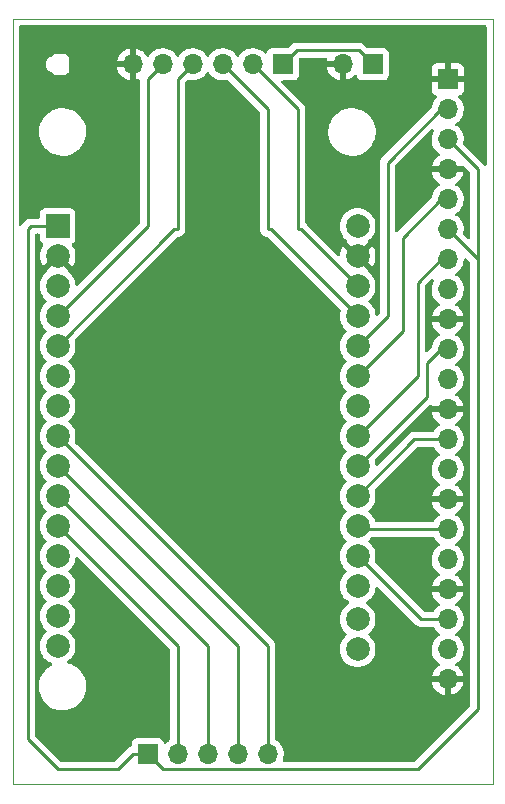
<source format=gtl>
%TF.GenerationSoftware,KiCad,Pcbnew,(6.0.7)*%
%TF.CreationDate,2022-11-21T18:02:34-05:00*%
%TF.ProjectId,lower_v3,6c6f7765-725f-4763-932e-6b696361645f,rev?*%
%TF.SameCoordinates,Original*%
%TF.FileFunction,Copper,L1,Top*%
%TF.FilePolarity,Positive*%
%FSLAX46Y46*%
G04 Gerber Fmt 4.6, Leading zero omitted, Abs format (unit mm)*
G04 Created by KiCad (PCBNEW (6.0.7)) date 2022-11-21 18:02:34*
%MOMM*%
%LPD*%
G01*
G04 APERTURE LIST*
%TA.AperFunction,Profile*%
%ADD10C,0.100000*%
%TD*%
%TA.AperFunction,ComponentPad*%
%ADD11R,1.700000X1.700000*%
%TD*%
%TA.AperFunction,ComponentPad*%
%ADD12O,1.700000X1.700000*%
%TD*%
%TA.AperFunction,ComponentPad*%
%ADD13C,2.000000*%
%TD*%
%TA.AperFunction,ComponentPad*%
%ADD14R,2.000000X2.000000*%
%TD*%
%TA.AperFunction,Conductor*%
%ADD15C,0.250000*%
%TD*%
G04 APERTURE END LIST*
D10*
X154940000Y-138430000D02*
X114300000Y-138430000D01*
X114300000Y-138430000D02*
X114300000Y-73660000D01*
X114300000Y-73660000D02*
X154940000Y-73660000D01*
X154940000Y-73660000D02*
X154940000Y-138430000D01*
D11*
%TO.P,J2,1,Pin_1*%
%TO.N,Net-(J3-Pad11)*%
X137160000Y-77470000D03*
D12*
%TO.P,J2,2,Pin_2*%
%TO.N,Net-(U1-Pad28)*%
X134620000Y-77470000D03*
%TO.P,J2,3,Pin_3*%
%TO.N,Net-(U1-Pad27)*%
X132080000Y-77470000D03*
%TO.P,J2,4,Pin_4*%
%TO.N,Net-(U1-Pad5)*%
X129540000Y-77470000D03*
%TO.P,J2,5,Pin_5*%
%TO.N,Net-(U1-Pad4)*%
X127000000Y-77470000D03*
%TO.P,J2,6,Pin_6*%
%TO.N,GND*%
X124460000Y-77470000D03*
%TD*%
D13*
%TO.P,U1,30,VIN*%
%TO.N,unconnected-(U1-Pad30)*%
X143510000Y-91165000D03*
%TO.P,U1,29,GND*%
%TO.N,GND*%
X143510000Y-93705000D03*
%TO.P,U1,28,D13*%
%TO.N,Net-(U1-Pad28)*%
X143510000Y-96245000D03*
%TO.P,U1,27,D12*%
%TO.N,Net-(U1-Pad27)*%
X143510000Y-98785000D03*
%TO.P,U1,26,D14*%
%TO.N,Net-(J3-Pad2)*%
X143510000Y-101325000D03*
%TO.P,U1,25,D27*%
%TO.N,Net-(J3-Pad5)*%
X143510000Y-103865000D03*
%TO.P,U1,24,D26*%
%TO.N,unconnected-(U1-Pad24)*%
X143510000Y-106405000D03*
%TO.P,U1,23,D25*%
%TO.N,Net-(J3-Pad7)*%
X143510000Y-108945000D03*
%TO.P,U1,22,D33*%
%TO.N,Net-(J3-Pad10)*%
X143510000Y-111485000D03*
%TO.P,U1,21,D32*%
%TO.N,Net-(J3-Pad13)*%
X143510000Y-114025000D03*
%TO.P,U1,20,D35*%
%TO.N,Net-(J3-Pad16)*%
X143510000Y-116565000D03*
%TO.P,U1,19,D34*%
%TO.N,Net-(J3-Pad19)*%
X143510000Y-119105000D03*
%TO.P,U1,18,VN*%
%TO.N,unconnected-(U1-Pad18)*%
X143510000Y-121645000D03*
%TO.P,U1,17,VP*%
%TO.N,unconnected-(U1-Pad17)*%
X143510000Y-124460000D03*
%TO.P,U1,16,EN*%
%TO.N,unconnected-(U1-Pad16)*%
X143510000Y-127000000D03*
%TO.P,U1,15,D23*%
%TO.N,unconnected-(U1-Pad15)*%
X118110000Y-126725000D03*
%TO.P,U1,14,D22*%
%TO.N,unconnected-(U1-Pad14)*%
X118110000Y-124185000D03*
%TO.P,U1,13,TX0*%
%TO.N,unconnected-(U1-Pad13)*%
X118110000Y-121645000D03*
%TO.P,U1,12,RX0*%
%TO.N,unconnected-(U1-Pad12)*%
X118110000Y-119105000D03*
%TO.P,U1,11,D21*%
%TO.N,Net-(J1-Pad2)*%
X118110000Y-116565000D03*
%TO.P,U1,10,D19*%
%TO.N,Net-(J1-Pad3)*%
X118110000Y-114025000D03*
%TO.P,U1,9,D18*%
%TO.N,Net-(J1-Pad4)*%
X118110000Y-111485000D03*
%TO.P,U1,8,D5*%
%TO.N,Net-(J1-Pad5)*%
X118110000Y-108945000D03*
%TO.P,U1,7,TX2*%
%TO.N,unconnected-(U1-Pad7)*%
X118110000Y-106405000D03*
%TO.P,U1,6,RX2*%
%TO.N,unconnected-(U1-Pad6)*%
X118110000Y-103865000D03*
%TO.P,U1,5,D4*%
%TO.N,Net-(U1-Pad5)*%
X118110000Y-101325000D03*
%TO.P,U1,4,D2*%
%TO.N,Net-(U1-Pad4)*%
X118110000Y-98785000D03*
%TO.P,U1,3,D15*%
%TO.N,unconnected-(U1-Pad3)*%
X118110000Y-96245000D03*
%TO.P,U1,2,GND*%
%TO.N,GND*%
X118110000Y-93705000D03*
D14*
%TO.P,U1,1,3V3*%
%TO.N,Net-(J1-Pad1)*%
X118110000Y-91165000D03*
%TD*%
D11*
%TO.P,J1,1,Pin_1*%
%TO.N,Net-(J1-Pad1)*%
X125730000Y-135890000D03*
D12*
%TO.P,J1,2,Pin_2*%
%TO.N,Net-(J1-Pad2)*%
X128270000Y-135890000D03*
%TO.P,J1,3,Pin_3*%
%TO.N,Net-(J1-Pad3)*%
X130810000Y-135890000D03*
%TO.P,J1,4,Pin_4*%
%TO.N,Net-(J1-Pad4)*%
X133350000Y-135890000D03*
%TO.P,J1,5,Pin_5*%
%TO.N,Net-(J1-Pad5)*%
X135890000Y-135890000D03*
%TD*%
D11*
%TO.P,J3,1,Pin_1*%
%TO.N,GND*%
X151130000Y-78740000D03*
D12*
%TO.P,J3,2,Pin_2*%
%TO.N,Net-(J3-Pad2)*%
X151130000Y-81280000D03*
%TO.P,J3,3,Pin_3*%
%TO.N,Net-(J1-Pad1)*%
X151130000Y-83820000D03*
%TO.P,J3,4,Pin_4*%
%TO.N,GND*%
X151130000Y-86360000D03*
%TO.P,J3,5,Pin_5*%
%TO.N,Net-(J3-Pad5)*%
X151130000Y-88900000D03*
%TO.P,J3,6,Pin_6*%
%TO.N,Net-(J1-Pad1)*%
X151130000Y-91440000D03*
%TO.P,J3,7,Pin_7*%
%TO.N,Net-(J3-Pad7)*%
X151130000Y-93980000D03*
%TO.P,J3,8,Pin_8*%
%TO.N,Net-(J3-Pad11)*%
X151130000Y-96520000D03*
%TO.P,J3,9,Pin_9*%
%TO.N,GND*%
X151130000Y-99060000D03*
%TO.P,J3,10,Pin_10*%
%TO.N,Net-(J3-Pad10)*%
X151130000Y-101600000D03*
%TO.P,J3,11,Pin_11*%
%TO.N,Net-(J3-Pad11)*%
X151130000Y-104140000D03*
%TO.P,J3,12,Pin_12*%
%TO.N,GND*%
X151130000Y-106680000D03*
%TO.P,J3,13,Pin_13*%
%TO.N,Net-(J3-Pad13)*%
X151130000Y-109220000D03*
%TO.P,J3,14,Pin_14*%
%TO.N,Net-(J3-Pad11)*%
X151130000Y-111760000D03*
%TO.P,J3,15,Pin_15*%
%TO.N,GND*%
X151130000Y-114300000D03*
%TO.P,J3,16,Pin_16*%
%TO.N,Net-(J3-Pad16)*%
X151130000Y-116840000D03*
%TO.P,J3,17,Pin_17*%
%TO.N,Net-(J3-Pad11)*%
X151130000Y-119380000D03*
%TO.P,J3,18,Pin_18*%
%TO.N,GND*%
X151130000Y-121920000D03*
%TO.P,J3,19,Pin_19*%
%TO.N,Net-(J3-Pad19)*%
X151130000Y-124460000D03*
%TO.P,J3,20,Pin_20*%
%TO.N,Net-(J3-Pad11)*%
X151130000Y-127000000D03*
%TO.P,J3,21,Pin_21*%
%TO.N,GND*%
X151130000Y-129540000D03*
%TD*%
D11*
%TO.P,J4,1,Pin_1*%
%TO.N,Net-(J3-Pad11)*%
X144780000Y-77470000D03*
D12*
%TO.P,J4,2,Pin_2*%
%TO.N,GND*%
X142240000Y-77470000D03*
%TD*%
D15*
%TO.N,Net-(J1-Pad2)*%
X118110000Y-116565000D02*
X128270000Y-126725000D01*
X128270000Y-126725000D02*
X128270000Y-135890000D01*
%TO.N,Net-(J1-Pad3)*%
X118110000Y-114025000D02*
X130810000Y-126725000D01*
X130810000Y-126725000D02*
X130810000Y-135890000D01*
%TO.N,Net-(J1-Pad4)*%
X118110000Y-111485000D02*
X133350000Y-126725000D01*
X133350000Y-126725000D02*
X133350000Y-135890000D01*
%TO.N,Net-(J1-Pad1)*%
X115570000Y-91440000D02*
X115570000Y-134620000D01*
X151130000Y-91440000D02*
X153670000Y-93980000D01*
X115845000Y-91165000D02*
X115570000Y-91440000D01*
X115570000Y-134620000D02*
X118110000Y-137160000D01*
X153670000Y-132080000D02*
X148590000Y-137160000D01*
X123190000Y-137160000D02*
X124460000Y-135890000D01*
X124460000Y-135890000D02*
X125730000Y-135890000D01*
X153670000Y-86360000D02*
X153670000Y-132080000D01*
X118110000Y-137160000D02*
X123190000Y-137160000D01*
X151130000Y-83820000D02*
X153670000Y-86360000D01*
X127000000Y-137160000D02*
X125730000Y-135890000D01*
X148590000Y-137160000D02*
X127000000Y-137160000D01*
X118110000Y-91165000D02*
X115845000Y-91165000D01*
%TO.N,Net-(J3-Pad7)*%
X150565000Y-93980000D02*
X148590000Y-95955000D01*
X151130000Y-93980000D02*
X150565000Y-93980000D01*
X148590000Y-95955000D02*
X148590000Y-103865000D01*
X148590000Y-103865000D02*
X143510000Y-108945000D01*
%TO.N,Net-(J3-Pad2)*%
X146050000Y-85795000D02*
X150565000Y-81280000D01*
X146050000Y-98785000D02*
X146050000Y-85795000D01*
X151130000Y-81280000D02*
X150565000Y-81280000D01*
X146050000Y-98785000D02*
X143510000Y-101325000D01*
%TO.N,Net-(J3-Pad11)*%
X143605000Y-76295000D02*
X138335000Y-76295000D01*
X138335000Y-76295000D02*
X137160000Y-77470000D01*
X144780000Y-77470000D02*
X143605000Y-76295000D01*
%TO.N,Net-(J3-Pad5)*%
X147320000Y-92145000D02*
X150565000Y-88900000D01*
X147320000Y-100055000D02*
X147320000Y-92145000D01*
X147320000Y-100055000D02*
X143510000Y-103865000D01*
X151130000Y-88900000D02*
X150565000Y-88900000D01*
%TO.N,Net-(J3-Pad10)*%
X150565000Y-101600000D02*
X149390000Y-102775000D01*
X151130000Y-101600000D02*
X150565000Y-101600000D01*
X149390000Y-105605000D02*
X143510000Y-111485000D01*
X149390000Y-102775000D02*
X149390000Y-105605000D01*
%TO.N,Net-(J3-Pad13)*%
X148315000Y-109220000D02*
X143510000Y-114025000D01*
X151130000Y-109220000D02*
X148315000Y-109220000D01*
%TO.N,Net-(J3-Pad16)*%
X143785000Y-116840000D02*
X143510000Y-116565000D01*
X151130000Y-116840000D02*
X143785000Y-116840000D01*
%TO.N,Net-(J3-Pad19)*%
X151130000Y-124460000D02*
X148865000Y-124460000D01*
X148865000Y-124460000D02*
X143510000Y-119105000D01*
%TO.N,Net-(J1-Pad5)*%
X118110000Y-108945000D02*
X135890000Y-126725000D01*
X135890000Y-126725000D02*
X135890000Y-135890000D01*
%TO.N,Net-(U1-Pad4)*%
X127000000Y-77470000D02*
X125730000Y-78740000D01*
X125730000Y-78740000D02*
X125730000Y-91165000D01*
X125730000Y-91165000D02*
X118110000Y-98785000D01*
%TO.N,Net-(U1-Pad5)*%
X129540000Y-77470000D02*
X128270000Y-78740000D01*
X127995000Y-91440000D02*
X118110000Y-101325000D01*
X128270000Y-78740000D02*
X128270000Y-91440000D01*
X128270000Y-91440000D02*
X127995000Y-91440000D01*
%TO.N,Net-(U1-Pad27)*%
X135890000Y-91440000D02*
X136165000Y-91440000D01*
X132080000Y-77470000D02*
X135890000Y-81280000D01*
X136165000Y-91440000D02*
X143510000Y-98785000D01*
X135890000Y-81280000D02*
X135890000Y-91440000D01*
%TO.N,Net-(U1-Pad28)*%
X138430000Y-81280000D02*
X138430000Y-91440000D01*
X134620000Y-77470000D02*
X138430000Y-81280000D01*
X138705000Y-91440000D02*
X143510000Y-96245000D01*
X138430000Y-91440000D02*
X138705000Y-91440000D01*
%TD*%
%TA.AperFunction,Conductor*%
%TO.N,GND*%
G36*
X130892026Y-78145144D02*
G01*
X130919875Y-78176994D01*
X130979987Y-78275088D01*
X131126250Y-78443938D01*
X131298126Y-78586632D01*
X131491000Y-78699338D01*
X131699692Y-78779030D01*
X131704760Y-78780061D01*
X131704763Y-78780062D01*
X131799862Y-78799410D01*
X131918597Y-78823567D01*
X131923772Y-78823757D01*
X131923774Y-78823757D01*
X132136673Y-78831564D01*
X132136677Y-78831564D01*
X132141837Y-78831753D01*
X132146957Y-78831097D01*
X132146959Y-78831097D01*
X132358288Y-78804025D01*
X132358289Y-78804025D01*
X132363416Y-78803368D01*
X132368367Y-78801883D01*
X132368370Y-78801882D01*
X132409829Y-78789444D01*
X132480825Y-78789028D01*
X132535131Y-78821035D01*
X135219595Y-81505499D01*
X135253621Y-81567811D01*
X135256500Y-81594594D01*
X135256500Y-91368207D01*
X135254268Y-91391816D01*
X135252725Y-91399906D01*
X135255459Y-91443365D01*
X135256251Y-91455951D01*
X135256500Y-91463862D01*
X135256500Y-91479856D01*
X135258506Y-91495730D01*
X135259248Y-91503590D01*
X135260442Y-91522568D01*
X135261923Y-91546101D01*
X135262775Y-91559650D01*
X135265225Y-91567191D01*
X135265321Y-91567487D01*
X135270494Y-91590631D01*
X135270532Y-91590935D01*
X135270533Y-91590940D01*
X135271526Y-91598797D01*
X135274442Y-91606162D01*
X135274443Y-91606166D01*
X135292199Y-91651011D01*
X135294871Y-91658430D01*
X135312236Y-91711875D01*
X135316486Y-91718571D01*
X135316486Y-91718572D01*
X135316650Y-91718831D01*
X135327415Y-91739958D01*
X135327529Y-91740246D01*
X135327532Y-91740251D01*
X135330448Y-91747617D01*
X135335104Y-91754025D01*
X135335107Y-91754031D01*
X135363458Y-91793052D01*
X135367901Y-91799589D01*
X135398000Y-91847018D01*
X135403778Y-91852444D01*
X135403779Y-91852445D01*
X135404007Y-91852659D01*
X135419688Y-91870446D01*
X135424528Y-91877107D01*
X135430637Y-91882161D01*
X135430638Y-91882162D01*
X135467796Y-91912903D01*
X135473730Y-91918134D01*
X135508898Y-91951158D01*
X135508901Y-91951160D01*
X135514679Y-91956586D01*
X135521903Y-91960558D01*
X135541506Y-91973881D01*
X135541746Y-91974080D01*
X135541753Y-91974084D01*
X135547856Y-91979133D01*
X135581348Y-91994893D01*
X135598676Y-92003047D01*
X135605708Y-92006629D01*
X135654940Y-92033695D01*
X135662615Y-92035665D01*
X135662621Y-92035668D01*
X135662919Y-92035744D01*
X135685228Y-92043776D01*
X135685503Y-92043906D01*
X135685511Y-92043909D01*
X135692682Y-92047283D01*
X135747849Y-92057806D01*
X135755558Y-92059529D01*
X135776749Y-92064970D01*
X135802293Y-92071529D01*
X135802294Y-92071529D01*
X135809970Y-92073500D01*
X135818207Y-92073500D01*
X135841816Y-92075732D01*
X135842119Y-92075790D01*
X135842123Y-92075790D01*
X135849906Y-92077275D01*
X135857817Y-92076777D01*
X135861581Y-92077014D01*
X135928312Y-92101253D01*
X135942766Y-92113670D01*
X142035636Y-98206540D01*
X142069662Y-98268852D01*
X142069060Y-98325049D01*
X142017809Y-98538526D01*
X142015465Y-98548289D01*
X141996835Y-98785000D01*
X142015465Y-99021711D01*
X142016619Y-99026518D01*
X142016620Y-99026524D01*
X142036671Y-99110041D01*
X142070895Y-99252594D01*
X142072788Y-99257165D01*
X142072789Y-99257167D01*
X142108275Y-99342837D01*
X142161760Y-99471963D01*
X142164346Y-99476183D01*
X142283241Y-99670202D01*
X142283245Y-99670208D01*
X142285824Y-99674416D01*
X142440031Y-99854969D01*
X142443787Y-99858177D01*
X142443792Y-99858182D01*
X142562056Y-99959189D01*
X142600866Y-100018639D01*
X142601372Y-100089634D01*
X142562056Y-100150811D01*
X142443792Y-100251818D01*
X142443787Y-100251823D01*
X142440031Y-100255031D01*
X142285824Y-100435584D01*
X142283245Y-100439792D01*
X142283241Y-100439798D01*
X142180859Y-100606870D01*
X142161760Y-100638037D01*
X142159867Y-100642607D01*
X142159865Y-100642611D01*
X142072789Y-100852833D01*
X142070895Y-100857406D01*
X142015465Y-101088289D01*
X141996835Y-101325000D01*
X142015465Y-101561711D01*
X142070895Y-101792594D01*
X142072788Y-101797165D01*
X142072789Y-101797167D01*
X142112494Y-101893023D01*
X142161760Y-102011963D01*
X142164346Y-102016183D01*
X142283241Y-102210202D01*
X142283245Y-102210208D01*
X142285824Y-102214416D01*
X142440031Y-102394969D01*
X142443787Y-102398177D01*
X142443792Y-102398182D01*
X142562056Y-102499189D01*
X142600866Y-102558639D01*
X142601372Y-102629634D01*
X142562056Y-102690811D01*
X142443792Y-102791818D01*
X142443787Y-102791823D01*
X142440031Y-102795031D01*
X142285824Y-102975584D01*
X142283245Y-102979792D01*
X142283241Y-102979798D01*
X142180859Y-103146870D01*
X142161760Y-103178037D01*
X142159867Y-103182607D01*
X142159865Y-103182611D01*
X142090023Y-103351227D01*
X142070895Y-103397406D01*
X142069740Y-103402218D01*
X142017809Y-103618527D01*
X142015465Y-103628289D01*
X141996835Y-103865000D01*
X142015465Y-104101711D01*
X142070895Y-104332594D01*
X142072788Y-104337165D01*
X142072789Y-104337167D01*
X142112494Y-104433023D01*
X142161760Y-104551963D01*
X142164346Y-104556183D01*
X142283241Y-104750202D01*
X142283245Y-104750208D01*
X142285824Y-104754416D01*
X142440031Y-104934969D01*
X142443787Y-104938177D01*
X142443792Y-104938182D01*
X142562056Y-105039189D01*
X142600866Y-105098639D01*
X142601372Y-105169634D01*
X142562056Y-105230811D01*
X142443792Y-105331818D01*
X142443787Y-105331823D01*
X142440031Y-105335031D01*
X142285824Y-105515584D01*
X142283245Y-105519792D01*
X142283241Y-105519798D01*
X142164346Y-105713817D01*
X142161760Y-105718037D01*
X142159867Y-105722607D01*
X142159865Y-105722611D01*
X142072789Y-105932833D01*
X142070895Y-105937406D01*
X142015465Y-106168289D01*
X141996835Y-106405000D01*
X142015465Y-106641711D01*
X142070895Y-106872594D01*
X142072788Y-106877165D01*
X142072789Y-106877167D01*
X142108275Y-106962837D01*
X142161760Y-107091963D01*
X142164346Y-107096183D01*
X142283241Y-107290202D01*
X142283245Y-107290208D01*
X142285824Y-107294416D01*
X142440031Y-107474969D01*
X142443787Y-107478177D01*
X142443792Y-107478182D01*
X142562056Y-107579189D01*
X142600866Y-107638639D01*
X142601372Y-107709634D01*
X142562056Y-107770811D01*
X142443792Y-107871818D01*
X142443787Y-107871823D01*
X142440031Y-107875031D01*
X142285824Y-108055584D01*
X142283245Y-108059792D01*
X142283241Y-108059798D01*
X142180859Y-108226870D01*
X142161760Y-108258037D01*
X142159867Y-108262607D01*
X142159865Y-108262611D01*
X142072789Y-108472833D01*
X142070895Y-108477406D01*
X142069740Y-108482218D01*
X142019874Y-108689925D01*
X142015465Y-108708289D01*
X141996835Y-108945000D01*
X142015465Y-109181711D01*
X142070895Y-109412594D01*
X142072788Y-109417165D01*
X142072789Y-109417167D01*
X142112494Y-109513023D01*
X142161760Y-109631963D01*
X142164346Y-109636183D01*
X142283241Y-109830202D01*
X142283245Y-109830208D01*
X142285824Y-109834416D01*
X142440031Y-110014969D01*
X142443787Y-110018177D01*
X142443792Y-110018182D01*
X142562056Y-110119189D01*
X142600866Y-110178639D01*
X142601372Y-110249634D01*
X142562056Y-110310811D01*
X142443792Y-110411818D01*
X142443787Y-110411823D01*
X142440031Y-110415031D01*
X142285824Y-110595584D01*
X142283245Y-110599792D01*
X142283241Y-110599798D01*
X142180859Y-110766870D01*
X142161760Y-110798037D01*
X142159867Y-110802607D01*
X142159865Y-110802611D01*
X142072789Y-111012833D01*
X142070895Y-111017406D01*
X142015465Y-111248289D01*
X141996835Y-111485000D01*
X142015465Y-111721711D01*
X142016619Y-111726518D01*
X142016620Y-111726524D01*
X142017899Y-111731851D01*
X142070895Y-111952594D01*
X142072788Y-111957165D01*
X142072789Y-111957167D01*
X142112494Y-112053023D01*
X142161760Y-112171963D01*
X142164346Y-112176183D01*
X142283241Y-112370202D01*
X142283245Y-112370208D01*
X142285824Y-112374416D01*
X142440031Y-112554969D01*
X142443787Y-112558177D01*
X142443792Y-112558182D01*
X142562056Y-112659189D01*
X142600866Y-112718639D01*
X142601372Y-112789634D01*
X142562056Y-112850811D01*
X142443792Y-112951818D01*
X142443787Y-112951823D01*
X142440031Y-112955031D01*
X142285824Y-113135584D01*
X142283245Y-113139792D01*
X142283241Y-113139798D01*
X142164346Y-113333817D01*
X142161760Y-113338037D01*
X142159867Y-113342607D01*
X142159865Y-113342611D01*
X142072789Y-113552833D01*
X142070895Y-113557406D01*
X142015465Y-113788289D01*
X141996835Y-114025000D01*
X142015465Y-114261711D01*
X142070895Y-114492594D01*
X142072788Y-114497165D01*
X142072789Y-114497167D01*
X142108275Y-114582837D01*
X142161760Y-114711963D01*
X142164346Y-114716183D01*
X142283241Y-114910202D01*
X142283245Y-114910208D01*
X142285824Y-114914416D01*
X142440031Y-115094969D01*
X142443787Y-115098177D01*
X142443792Y-115098182D01*
X142562056Y-115199189D01*
X142600866Y-115258639D01*
X142601372Y-115329634D01*
X142562056Y-115390811D01*
X142443792Y-115491818D01*
X142443787Y-115491823D01*
X142440031Y-115495031D01*
X142285824Y-115675584D01*
X142283245Y-115679792D01*
X142283241Y-115679798D01*
X142180859Y-115846870D01*
X142161760Y-115878037D01*
X142159867Y-115882607D01*
X142159865Y-115882611D01*
X142072789Y-116092833D01*
X142070895Y-116097406D01*
X142015465Y-116328289D01*
X141996835Y-116565000D01*
X142015465Y-116801711D01*
X142070895Y-117032594D01*
X142072788Y-117037165D01*
X142072789Y-117037167D01*
X142112494Y-117133023D01*
X142161760Y-117251963D01*
X142164346Y-117256183D01*
X142283241Y-117450202D01*
X142283245Y-117450208D01*
X142285824Y-117454416D01*
X142440031Y-117634969D01*
X142443787Y-117638177D01*
X142443792Y-117638182D01*
X142562056Y-117739189D01*
X142600866Y-117798639D01*
X142601372Y-117869634D01*
X142562056Y-117930811D01*
X142443792Y-118031818D01*
X142443787Y-118031823D01*
X142440031Y-118035031D01*
X142285824Y-118215584D01*
X142283245Y-118219792D01*
X142283241Y-118219798D01*
X142180859Y-118386870D01*
X142161760Y-118418037D01*
X142159867Y-118422607D01*
X142159865Y-118422611D01*
X142072789Y-118632833D01*
X142070895Y-118637406D01*
X142015465Y-118868289D01*
X141996835Y-119105000D01*
X142015465Y-119341711D01*
X142016619Y-119346518D01*
X142016620Y-119346524D01*
X142017899Y-119351851D01*
X142070895Y-119572594D01*
X142072788Y-119577165D01*
X142072789Y-119577167D01*
X142112494Y-119673023D01*
X142161760Y-119791963D01*
X142164346Y-119796183D01*
X142283241Y-119990202D01*
X142283245Y-119990208D01*
X142285824Y-119994416D01*
X142440031Y-120174969D01*
X142443787Y-120178177D01*
X142443792Y-120178182D01*
X142562056Y-120279189D01*
X142600866Y-120338639D01*
X142601372Y-120409634D01*
X142562056Y-120470811D01*
X142443792Y-120571818D01*
X142443787Y-120571823D01*
X142440031Y-120575031D01*
X142285824Y-120755584D01*
X142283245Y-120759792D01*
X142283241Y-120759798D01*
X142164346Y-120953817D01*
X142161760Y-120958037D01*
X142159867Y-120962607D01*
X142159865Y-120962611D01*
X142072789Y-121172833D01*
X142070895Y-121177406D01*
X142015465Y-121408289D01*
X141996835Y-121645000D01*
X142015465Y-121881711D01*
X142070895Y-122112594D01*
X142072788Y-122117165D01*
X142072789Y-122117167D01*
X142108275Y-122202837D01*
X142161760Y-122331963D01*
X142164346Y-122336183D01*
X142283241Y-122530202D01*
X142283245Y-122530208D01*
X142285824Y-122534416D01*
X142440031Y-122714969D01*
X142620584Y-122869176D01*
X142624797Y-122871758D01*
X142624807Y-122871765D01*
X142744426Y-122945068D01*
X142792057Y-122997715D01*
X142803664Y-123067757D01*
X142775561Y-123132954D01*
X142744426Y-123159932D01*
X142624807Y-123233235D01*
X142624797Y-123233242D01*
X142620584Y-123235824D01*
X142440031Y-123390031D01*
X142285824Y-123570584D01*
X142283245Y-123574792D01*
X142283241Y-123574798D01*
X142198653Y-123712833D01*
X142161760Y-123773037D01*
X142159867Y-123777607D01*
X142159865Y-123777611D01*
X142143754Y-123816507D01*
X142070895Y-123992406D01*
X142069740Y-123997218D01*
X142023474Y-124189930D01*
X142015465Y-124223289D01*
X141996835Y-124460000D01*
X142015465Y-124696711D01*
X142070895Y-124927594D01*
X142072788Y-124932165D01*
X142072789Y-124932167D01*
X142141057Y-125096980D01*
X142161760Y-125146963D01*
X142164346Y-125151183D01*
X142283241Y-125345202D01*
X142283245Y-125345208D01*
X142285824Y-125349416D01*
X142440031Y-125529969D01*
X142443787Y-125533177D01*
X142443792Y-125533182D01*
X142562056Y-125634189D01*
X142600866Y-125693639D01*
X142601372Y-125764634D01*
X142562056Y-125825811D01*
X142443792Y-125926818D01*
X142443787Y-125926823D01*
X142440031Y-125930031D01*
X142285824Y-126110584D01*
X142283245Y-126114792D01*
X142283241Y-126114798D01*
X142195851Y-126257406D01*
X142161760Y-126313037D01*
X142159867Y-126317607D01*
X142159865Y-126317611D01*
X142073922Y-126525097D01*
X142070895Y-126532406D01*
X142057955Y-126586306D01*
X142018726Y-126749707D01*
X142015465Y-126763289D01*
X141996835Y-127000000D01*
X142015465Y-127236711D01*
X142070895Y-127467594D01*
X142072788Y-127472165D01*
X142072789Y-127472167D01*
X142129965Y-127610202D01*
X142161760Y-127686963D01*
X142164346Y-127691183D01*
X142283241Y-127885202D01*
X142283245Y-127885208D01*
X142285824Y-127889416D01*
X142440031Y-128069969D01*
X142620584Y-128224176D01*
X142624792Y-128226755D01*
X142624798Y-128226759D01*
X142796025Y-128331687D01*
X142823037Y-128348240D01*
X142827607Y-128350133D01*
X142827611Y-128350135D01*
X142954081Y-128402520D01*
X143042406Y-128439105D01*
X143122609Y-128458360D01*
X143268476Y-128493380D01*
X143268482Y-128493381D01*
X143273289Y-128494535D01*
X143510000Y-128513165D01*
X143746711Y-128494535D01*
X143751518Y-128493381D01*
X143751524Y-128493380D01*
X143897391Y-128458360D01*
X143977594Y-128439105D01*
X144065919Y-128402520D01*
X144192389Y-128350135D01*
X144192393Y-128350133D01*
X144196963Y-128348240D01*
X144223975Y-128331687D01*
X144395202Y-128226759D01*
X144395208Y-128226755D01*
X144399416Y-128224176D01*
X144579969Y-128069969D01*
X144734176Y-127889416D01*
X144736755Y-127885208D01*
X144736759Y-127885202D01*
X144855654Y-127691183D01*
X144858240Y-127686963D01*
X144890036Y-127610202D01*
X144947211Y-127472167D01*
X144947212Y-127472165D01*
X144949105Y-127467594D01*
X145004535Y-127236711D01*
X145023165Y-127000000D01*
X145004535Y-126763289D01*
X145001275Y-126749707D01*
X144962045Y-126586306D01*
X144949105Y-126532406D01*
X144946078Y-126525097D01*
X144860135Y-126317611D01*
X144860133Y-126317607D01*
X144858240Y-126313037D01*
X144824149Y-126257406D01*
X144736759Y-126114798D01*
X144736755Y-126114792D01*
X144734176Y-126110584D01*
X144579969Y-125930031D01*
X144576213Y-125926823D01*
X144576208Y-125926818D01*
X144457944Y-125825811D01*
X144419134Y-125766361D01*
X144418628Y-125695366D01*
X144457944Y-125634189D01*
X144576208Y-125533182D01*
X144576213Y-125533177D01*
X144579969Y-125529969D01*
X144734176Y-125349416D01*
X144736755Y-125345208D01*
X144736759Y-125345202D01*
X144855654Y-125151183D01*
X144858240Y-125146963D01*
X144878944Y-125096980D01*
X144947211Y-124932167D01*
X144947212Y-124932165D01*
X144949105Y-124927594D01*
X145004535Y-124696711D01*
X145023165Y-124460000D01*
X145004535Y-124223289D01*
X144996527Y-124189930D01*
X144950260Y-123997218D01*
X144949105Y-123992406D01*
X144876246Y-123816507D01*
X144860135Y-123777611D01*
X144860133Y-123777607D01*
X144858240Y-123773037D01*
X144821347Y-123712833D01*
X144736759Y-123574798D01*
X144736755Y-123574792D01*
X144734176Y-123570584D01*
X144579969Y-123390031D01*
X144399416Y-123235824D01*
X144395203Y-123233242D01*
X144395193Y-123233235D01*
X144275574Y-123159932D01*
X144227943Y-123107285D01*
X144216336Y-123037243D01*
X144244439Y-122972046D01*
X144275574Y-122945068D01*
X144395193Y-122871765D01*
X144395203Y-122871758D01*
X144399416Y-122869176D01*
X144579969Y-122714969D01*
X144734176Y-122534416D01*
X144736755Y-122530208D01*
X144736759Y-122530202D01*
X144855654Y-122336183D01*
X144858240Y-122331963D01*
X144911726Y-122202837D01*
X144947211Y-122117167D01*
X144947212Y-122117165D01*
X144949105Y-122112594D01*
X145004535Y-121881711D01*
X145011273Y-121796093D01*
X145036558Y-121729752D01*
X145093696Y-121687612D01*
X145164546Y-121683053D01*
X145225980Y-121716884D01*
X148361343Y-124852247D01*
X148368887Y-124860537D01*
X148373000Y-124867018D01*
X148378777Y-124872443D01*
X148422667Y-124913658D01*
X148425509Y-124916413D01*
X148445231Y-124936135D01*
X148448355Y-124938558D01*
X148448359Y-124938562D01*
X148448424Y-124938612D01*
X148457445Y-124946317D01*
X148489679Y-124976586D01*
X148496627Y-124980405D01*
X148496629Y-124980407D01*
X148507432Y-124986346D01*
X148523959Y-124997202D01*
X148533698Y-125004757D01*
X148533700Y-125004758D01*
X148539960Y-125009614D01*
X148580540Y-125027174D01*
X148591188Y-125032391D01*
X148629940Y-125053695D01*
X148637616Y-125055666D01*
X148637619Y-125055667D01*
X148649562Y-125058733D01*
X148668267Y-125065137D01*
X148686855Y-125073181D01*
X148694678Y-125074420D01*
X148694688Y-125074423D01*
X148730524Y-125080099D01*
X148742144Y-125082505D01*
X148777289Y-125091528D01*
X148784970Y-125093500D01*
X148805224Y-125093500D01*
X148824934Y-125095051D01*
X148844943Y-125098220D01*
X148852835Y-125097474D01*
X148888961Y-125094059D01*
X148900819Y-125093500D01*
X149854274Y-125093500D01*
X149922395Y-125113502D01*
X149961707Y-125153665D01*
X150029987Y-125265088D01*
X150176250Y-125433938D01*
X150348126Y-125576632D01*
X150418595Y-125617811D01*
X150421445Y-125619476D01*
X150470169Y-125671114D01*
X150483240Y-125740897D01*
X150456509Y-125806669D01*
X150416055Y-125840027D01*
X150403607Y-125846507D01*
X150399474Y-125849610D01*
X150399471Y-125849612D01*
X150229100Y-125977530D01*
X150224965Y-125980635D01*
X150070629Y-126142138D01*
X150067715Y-126146410D01*
X150067714Y-126146411D01*
X149990432Y-126259702D01*
X149944743Y-126326680D01*
X149905619Y-126410966D01*
X149855207Y-126519570D01*
X149850688Y-126529305D01*
X149790989Y-126744570D01*
X149767251Y-126966695D01*
X149767548Y-126971848D01*
X149767548Y-126971851D01*
X149773011Y-127066590D01*
X149780110Y-127189715D01*
X149781247Y-127194761D01*
X149781248Y-127194767D01*
X149781789Y-127197167D01*
X149829222Y-127407639D01*
X149913266Y-127614616D01*
X150029987Y-127805088D01*
X150176250Y-127973938D01*
X150348126Y-128116632D01*
X150395341Y-128144222D01*
X150421955Y-128159774D01*
X150470679Y-128211412D01*
X150483750Y-128281195D01*
X150457019Y-128346967D01*
X150416562Y-128380327D01*
X150408457Y-128384546D01*
X150399738Y-128390036D01*
X150229433Y-128517905D01*
X150221726Y-128524748D01*
X150074590Y-128678717D01*
X150068104Y-128686727D01*
X149948098Y-128862649D01*
X149943000Y-128871623D01*
X149853338Y-129064783D01*
X149849775Y-129074470D01*
X149794389Y-129274183D01*
X149795912Y-129282607D01*
X149808292Y-129286000D01*
X152448344Y-129286000D01*
X152461875Y-129282027D01*
X152463180Y-129272947D01*
X152421214Y-129105875D01*
X152417894Y-129096124D01*
X152332972Y-128900814D01*
X152328105Y-128891739D01*
X152212426Y-128712926D01*
X152206136Y-128704757D01*
X152062806Y-128547240D01*
X152055273Y-128540215D01*
X151888139Y-128408222D01*
X151879556Y-128402520D01*
X151842602Y-128382120D01*
X151792631Y-128331687D01*
X151777859Y-128262245D01*
X151802975Y-128195839D01*
X151830327Y-128169232D01*
X151865390Y-128144222D01*
X152009860Y-128041173D01*
X152168096Y-127883489D01*
X152227594Y-127800689D01*
X152295435Y-127706277D01*
X152298453Y-127702077D01*
X152308184Y-127682389D01*
X152395136Y-127506453D01*
X152395137Y-127506451D01*
X152397430Y-127501811D01*
X152462370Y-127288069D01*
X152491529Y-127066590D01*
X152493156Y-127000000D01*
X152474852Y-126777361D01*
X152420431Y-126560702D01*
X152331354Y-126355840D01*
X152210014Y-126168277D01*
X152059670Y-126003051D01*
X152055619Y-125999852D01*
X152055615Y-125999848D01*
X151888414Y-125867800D01*
X151888410Y-125867798D01*
X151884359Y-125864598D01*
X151843053Y-125841796D01*
X151793084Y-125791364D01*
X151778312Y-125721921D01*
X151803428Y-125655516D01*
X151830780Y-125628909D01*
X151874603Y-125597650D01*
X152009860Y-125501173D01*
X152019707Y-125491361D01*
X152164435Y-125347137D01*
X152168096Y-125343489D01*
X152298453Y-125162077D01*
X152302611Y-125153665D01*
X152395136Y-124966453D01*
X152395137Y-124966451D01*
X152397430Y-124961811D01*
X152462370Y-124748069D01*
X152491529Y-124526590D01*
X152493156Y-124460000D01*
X152474852Y-124237361D01*
X152420431Y-124020702D01*
X152331354Y-123815840D01*
X152210014Y-123628277D01*
X152059670Y-123463051D01*
X152055619Y-123459852D01*
X152055615Y-123459848D01*
X151888414Y-123327800D01*
X151888410Y-123327798D01*
X151884359Y-123324598D01*
X151842569Y-123301529D01*
X151792598Y-123251097D01*
X151777826Y-123181654D01*
X151802942Y-123115248D01*
X151830294Y-123088641D01*
X152005328Y-122963792D01*
X152013200Y-122957139D01*
X152164052Y-122806812D01*
X152170730Y-122798965D01*
X152295003Y-122626020D01*
X152300313Y-122617183D01*
X152394670Y-122426267D01*
X152398469Y-122416672D01*
X152460377Y-122212910D01*
X152462555Y-122202837D01*
X152463986Y-122191962D01*
X152461775Y-122177778D01*
X152448617Y-122174000D01*
X149813225Y-122174000D01*
X149799694Y-122177973D01*
X149798257Y-122187966D01*
X149828565Y-122322446D01*
X149831645Y-122332275D01*
X149911770Y-122529603D01*
X149916413Y-122538794D01*
X150027694Y-122720388D01*
X150033777Y-122728699D01*
X150173213Y-122889667D01*
X150180580Y-122896883D01*
X150344434Y-123032916D01*
X150352881Y-123038831D01*
X150421969Y-123079203D01*
X150470693Y-123130842D01*
X150483764Y-123200625D01*
X150457033Y-123266396D01*
X150416584Y-123299752D01*
X150403607Y-123306507D01*
X150399474Y-123309610D01*
X150399471Y-123309612D01*
X150229100Y-123437530D01*
X150224965Y-123440635D01*
X150070629Y-123602138D01*
X150067715Y-123606410D01*
X150067714Y-123606411D01*
X149955095Y-123771504D01*
X149900184Y-123816507D01*
X149851007Y-123826500D01*
X149179594Y-123826500D01*
X149111473Y-123806498D01*
X149090499Y-123789595D01*
X144984364Y-119683459D01*
X144950338Y-119621147D01*
X144950940Y-119564950D01*
X145003380Y-119346524D01*
X145003381Y-119346518D01*
X145004535Y-119341711D01*
X145023165Y-119105000D01*
X145004535Y-118868289D01*
X144949105Y-118637406D01*
X144947211Y-118632833D01*
X144860135Y-118422611D01*
X144860133Y-118422607D01*
X144858240Y-118418037D01*
X144839141Y-118386870D01*
X144736759Y-118219798D01*
X144736755Y-118219792D01*
X144734176Y-118215584D01*
X144579969Y-118035031D01*
X144576213Y-118031823D01*
X144576208Y-118031818D01*
X144457944Y-117930811D01*
X144419134Y-117871361D01*
X144418628Y-117800366D01*
X144457944Y-117739189D01*
X144576208Y-117638182D01*
X144576213Y-117638177D01*
X144579969Y-117634969D01*
X144680153Y-117517669D01*
X144739604Y-117478860D01*
X144775964Y-117473500D01*
X149854274Y-117473500D01*
X149922395Y-117493502D01*
X149961707Y-117533665D01*
X150029987Y-117645088D01*
X150176250Y-117813938D01*
X150348126Y-117956632D01*
X150418595Y-117997811D01*
X150421445Y-117999476D01*
X150470169Y-118051114D01*
X150483240Y-118120897D01*
X150456509Y-118186669D01*
X150416055Y-118220027D01*
X150403607Y-118226507D01*
X150399474Y-118229610D01*
X150399471Y-118229612D01*
X150375247Y-118247800D01*
X150224965Y-118360635D01*
X150070629Y-118522138D01*
X150067715Y-118526410D01*
X150067714Y-118526411D01*
X149988716Y-118642218D01*
X149944743Y-118706680D01*
X149929003Y-118740590D01*
X149867437Y-118873223D01*
X149850688Y-118909305D01*
X149790989Y-119124570D01*
X149767251Y-119346695D01*
X149767548Y-119351848D01*
X149767548Y-119351851D01*
X149773011Y-119446590D01*
X149780110Y-119569715D01*
X149781247Y-119574761D01*
X149781248Y-119574767D01*
X149781789Y-119577167D01*
X149829222Y-119787639D01*
X149913266Y-119994616D01*
X150029987Y-120185088D01*
X150176250Y-120353938D01*
X150348126Y-120496632D01*
X150421955Y-120539774D01*
X150470679Y-120591412D01*
X150483750Y-120661195D01*
X150457019Y-120726967D01*
X150416562Y-120760327D01*
X150408457Y-120764546D01*
X150399738Y-120770036D01*
X150229433Y-120897905D01*
X150221726Y-120904748D01*
X150074590Y-121058717D01*
X150068104Y-121066727D01*
X149948098Y-121242649D01*
X149943000Y-121251623D01*
X149853338Y-121444783D01*
X149849775Y-121454470D01*
X149794389Y-121654183D01*
X149795912Y-121662607D01*
X149808292Y-121666000D01*
X152448344Y-121666000D01*
X152461875Y-121662027D01*
X152463180Y-121652947D01*
X152421214Y-121485875D01*
X152417894Y-121476124D01*
X152332972Y-121280814D01*
X152328105Y-121271739D01*
X152212426Y-121092926D01*
X152206136Y-121084757D01*
X152062806Y-120927240D01*
X152055273Y-120920215D01*
X151888139Y-120788222D01*
X151879556Y-120782520D01*
X151842602Y-120762120D01*
X151792631Y-120711687D01*
X151777859Y-120642245D01*
X151802975Y-120575839D01*
X151830327Y-120549232D01*
X151853797Y-120532491D01*
X152009860Y-120421173D01*
X152019707Y-120411361D01*
X152164435Y-120267137D01*
X152168096Y-120263489D01*
X152227594Y-120180689D01*
X152295435Y-120086277D01*
X152298453Y-120082077D01*
X152341778Y-119994416D01*
X152395136Y-119886453D01*
X152395137Y-119886451D01*
X152397430Y-119881811D01*
X152462370Y-119668069D01*
X152491529Y-119446590D01*
X152493156Y-119380000D01*
X152474852Y-119157361D01*
X152420431Y-118940702D01*
X152331354Y-118735840D01*
X152210014Y-118548277D01*
X152059670Y-118383051D01*
X152055619Y-118379852D01*
X152055615Y-118379848D01*
X151888414Y-118247800D01*
X151888410Y-118247798D01*
X151884359Y-118244598D01*
X151843053Y-118221796D01*
X151793084Y-118171364D01*
X151778312Y-118101921D01*
X151803428Y-118035516D01*
X151830780Y-118008909D01*
X151874603Y-117977650D01*
X152009860Y-117881173D01*
X152019707Y-117871361D01*
X152164435Y-117727137D01*
X152168096Y-117723489D01*
X152298453Y-117542077D01*
X152302611Y-117533665D01*
X152395136Y-117346453D01*
X152395137Y-117346451D01*
X152397430Y-117341811D01*
X152462370Y-117128069D01*
X152491529Y-116906590D01*
X152493156Y-116840000D01*
X152474852Y-116617361D01*
X152420431Y-116400702D01*
X152331354Y-116195840D01*
X152210014Y-116008277D01*
X152059670Y-115843051D01*
X152055619Y-115839852D01*
X152055615Y-115839848D01*
X151888414Y-115707800D01*
X151888410Y-115707798D01*
X151884359Y-115704598D01*
X151842569Y-115681529D01*
X151792598Y-115631097D01*
X151777826Y-115561654D01*
X151802942Y-115495248D01*
X151830294Y-115468641D01*
X152005328Y-115343792D01*
X152013200Y-115337139D01*
X152164052Y-115186812D01*
X152170730Y-115178965D01*
X152295003Y-115006020D01*
X152300313Y-114997183D01*
X152394670Y-114806267D01*
X152398469Y-114796672D01*
X152460377Y-114592910D01*
X152462555Y-114582837D01*
X152463986Y-114571962D01*
X152461775Y-114557778D01*
X152448617Y-114554000D01*
X149813225Y-114554000D01*
X149799694Y-114557973D01*
X149798257Y-114567966D01*
X149828565Y-114702446D01*
X149831645Y-114712275D01*
X149911770Y-114909603D01*
X149916413Y-114918794D01*
X150027694Y-115100388D01*
X150033777Y-115108699D01*
X150173213Y-115269667D01*
X150180580Y-115276883D01*
X150344434Y-115412916D01*
X150352881Y-115418831D01*
X150421969Y-115459203D01*
X150470693Y-115510842D01*
X150483764Y-115580625D01*
X150457033Y-115646396D01*
X150416584Y-115679752D01*
X150403607Y-115686507D01*
X150399474Y-115689610D01*
X150399471Y-115689612D01*
X150375247Y-115707800D01*
X150224965Y-115820635D01*
X150070629Y-115982138D01*
X150067715Y-115986410D01*
X150067714Y-115986411D01*
X149955095Y-116151504D01*
X149900184Y-116196507D01*
X149851007Y-116206500D01*
X145074627Y-116206500D01*
X145006506Y-116186498D01*
X144960013Y-116132842D01*
X144952109Y-116109915D01*
X144950263Y-116102227D01*
X144950260Y-116102218D01*
X144949105Y-116097406D01*
X144947211Y-116092833D01*
X144860135Y-115882611D01*
X144860133Y-115882607D01*
X144858240Y-115878037D01*
X144839141Y-115846870D01*
X144736759Y-115679798D01*
X144736755Y-115679792D01*
X144734176Y-115675584D01*
X144579969Y-115495031D01*
X144576213Y-115491823D01*
X144576208Y-115491818D01*
X144457944Y-115390811D01*
X144419134Y-115331361D01*
X144418628Y-115260366D01*
X144457944Y-115199189D01*
X144576208Y-115098182D01*
X144576213Y-115098177D01*
X144579969Y-115094969D01*
X144734176Y-114914416D01*
X144736755Y-114910208D01*
X144736759Y-114910202D01*
X144855654Y-114716183D01*
X144858240Y-114711963D01*
X144911726Y-114582837D01*
X144947211Y-114497167D01*
X144947212Y-114497165D01*
X144949105Y-114492594D01*
X145004535Y-114261711D01*
X145023165Y-114025000D01*
X145004535Y-113788289D01*
X144971753Y-113651739D01*
X144950940Y-113565049D01*
X144954487Y-113494141D01*
X144984364Y-113446540D01*
X148540499Y-109890405D01*
X148602811Y-109856379D01*
X148629594Y-109853500D01*
X149854274Y-109853500D01*
X149922395Y-109873502D01*
X149961707Y-109913665D01*
X150029987Y-110025088D01*
X150176250Y-110193938D01*
X150348126Y-110336632D01*
X150418595Y-110377811D01*
X150421445Y-110379476D01*
X150470169Y-110431114D01*
X150483240Y-110500897D01*
X150456509Y-110566669D01*
X150416055Y-110600027D01*
X150403607Y-110606507D01*
X150399474Y-110609610D01*
X150399471Y-110609612D01*
X150375247Y-110627800D01*
X150224965Y-110740635D01*
X150070629Y-110902138D01*
X150067715Y-110906410D01*
X150067714Y-110906411D01*
X149988716Y-111022218D01*
X149944743Y-111086680D01*
X149929003Y-111120590D01*
X149867437Y-111253223D01*
X149850688Y-111289305D01*
X149790989Y-111504570D01*
X149767251Y-111726695D01*
X149767548Y-111731848D01*
X149767548Y-111731851D01*
X149773011Y-111826590D01*
X149780110Y-111949715D01*
X149781247Y-111954761D01*
X149781248Y-111954767D01*
X149781789Y-111957167D01*
X149829222Y-112167639D01*
X149913266Y-112374616D01*
X150029987Y-112565088D01*
X150176250Y-112733938D01*
X150348126Y-112876632D01*
X150421955Y-112919774D01*
X150470679Y-112971412D01*
X150483750Y-113041195D01*
X150457019Y-113106967D01*
X150416562Y-113140327D01*
X150408457Y-113144546D01*
X150399738Y-113150036D01*
X150229433Y-113277905D01*
X150221726Y-113284748D01*
X150074590Y-113438717D01*
X150068104Y-113446727D01*
X149948098Y-113622649D01*
X149943000Y-113631623D01*
X149853338Y-113824783D01*
X149849775Y-113834470D01*
X149794389Y-114034183D01*
X149795912Y-114042607D01*
X149808292Y-114046000D01*
X152448344Y-114046000D01*
X152461875Y-114042027D01*
X152463180Y-114032947D01*
X152421214Y-113865875D01*
X152417894Y-113856124D01*
X152332972Y-113660814D01*
X152328105Y-113651739D01*
X152212426Y-113472926D01*
X152206136Y-113464757D01*
X152062806Y-113307240D01*
X152055273Y-113300215D01*
X151888139Y-113168222D01*
X151879556Y-113162520D01*
X151842602Y-113142120D01*
X151792631Y-113091687D01*
X151777859Y-113022245D01*
X151802975Y-112955839D01*
X151830327Y-112929232D01*
X151853797Y-112912491D01*
X152009860Y-112801173D01*
X152021440Y-112789634D01*
X152164435Y-112647137D01*
X152168096Y-112643489D01*
X152227594Y-112560689D01*
X152295435Y-112466277D01*
X152298453Y-112462077D01*
X152341778Y-112374416D01*
X152395136Y-112266453D01*
X152395137Y-112266451D01*
X152397430Y-112261811D01*
X152462370Y-112048069D01*
X152491529Y-111826590D01*
X152493156Y-111760000D01*
X152474852Y-111537361D01*
X152420431Y-111320702D01*
X152331354Y-111115840D01*
X152210014Y-110928277D01*
X152059670Y-110763051D01*
X152055619Y-110759852D01*
X152055615Y-110759848D01*
X151888414Y-110627800D01*
X151888410Y-110627798D01*
X151884359Y-110624598D01*
X151843053Y-110601796D01*
X151793084Y-110551364D01*
X151778312Y-110481921D01*
X151803428Y-110415516D01*
X151830780Y-110388909D01*
X151874603Y-110357650D01*
X152009860Y-110261173D01*
X152021440Y-110249634D01*
X152164435Y-110107137D01*
X152168096Y-110103489D01*
X152298453Y-109922077D01*
X152302611Y-109913665D01*
X152395136Y-109726453D01*
X152395137Y-109726451D01*
X152397430Y-109721811D01*
X152462370Y-109508069D01*
X152491529Y-109286590D01*
X152493156Y-109220000D01*
X152474852Y-108997361D01*
X152420431Y-108780702D01*
X152331354Y-108575840D01*
X152210014Y-108388277D01*
X152059670Y-108223051D01*
X152055619Y-108219852D01*
X152055615Y-108219848D01*
X151888414Y-108087800D01*
X151888410Y-108087798D01*
X151884359Y-108084598D01*
X151842569Y-108061529D01*
X151792598Y-108011097D01*
X151777826Y-107941654D01*
X151802942Y-107875248D01*
X151830294Y-107848641D01*
X152005328Y-107723792D01*
X152013200Y-107717139D01*
X152164052Y-107566812D01*
X152170730Y-107558965D01*
X152295003Y-107386020D01*
X152300313Y-107377183D01*
X152394670Y-107186267D01*
X152398469Y-107176672D01*
X152460377Y-106972910D01*
X152462555Y-106962837D01*
X152463986Y-106951962D01*
X152461775Y-106937778D01*
X152448617Y-106934000D01*
X149813225Y-106934000D01*
X149799694Y-106937973D01*
X149798257Y-106947966D01*
X149828565Y-107082446D01*
X149831645Y-107092275D01*
X149911770Y-107289603D01*
X149916413Y-107298794D01*
X150027694Y-107480388D01*
X150033777Y-107488699D01*
X150173213Y-107649667D01*
X150180580Y-107656883D01*
X150344434Y-107792916D01*
X150352881Y-107798831D01*
X150421969Y-107839203D01*
X150470693Y-107890842D01*
X150483764Y-107960625D01*
X150457033Y-108026396D01*
X150416584Y-108059752D01*
X150403607Y-108066507D01*
X150399474Y-108069610D01*
X150399471Y-108069612D01*
X150375247Y-108087800D01*
X150224965Y-108200635D01*
X150070629Y-108362138D01*
X150067715Y-108366410D01*
X150067714Y-108366411D01*
X149955095Y-108531504D01*
X149900184Y-108576507D01*
X149851007Y-108586500D01*
X148393767Y-108586500D01*
X148382584Y-108585973D01*
X148375091Y-108584298D01*
X148367165Y-108584547D01*
X148367164Y-108584547D01*
X148307014Y-108586438D01*
X148303055Y-108586500D01*
X148275144Y-108586500D01*
X148271210Y-108586997D01*
X148271209Y-108586997D01*
X148271144Y-108587005D01*
X148259307Y-108587938D01*
X148227490Y-108588938D01*
X148223029Y-108589078D01*
X148215110Y-108589327D01*
X148197454Y-108594456D01*
X148195658Y-108594978D01*
X148176306Y-108598986D01*
X148169235Y-108599880D01*
X148156203Y-108601526D01*
X148148834Y-108604443D01*
X148148832Y-108604444D01*
X148115097Y-108617800D01*
X148103869Y-108621645D01*
X148061407Y-108633982D01*
X148054585Y-108638016D01*
X148054579Y-108638019D01*
X148043968Y-108644294D01*
X148026218Y-108652990D01*
X148014756Y-108657528D01*
X148014751Y-108657531D01*
X148007383Y-108660448D01*
X148000968Y-108665109D01*
X147971625Y-108686427D01*
X147961707Y-108692943D01*
X147943897Y-108703476D01*
X147923637Y-108715458D01*
X147909313Y-108729782D01*
X147894281Y-108742621D01*
X147877893Y-108754528D01*
X147860168Y-108775954D01*
X147849712Y-108788593D01*
X147841722Y-108797373D01*
X145225980Y-111413115D01*
X145163668Y-111447141D01*
X145092853Y-111442076D01*
X145036017Y-111399529D01*
X145011273Y-111333906D01*
X145007394Y-111284610D01*
X145004535Y-111248289D01*
X144973878Y-111120590D01*
X144950940Y-111025049D01*
X144954487Y-110954141D01*
X144984364Y-110906540D01*
X149579074Y-106311831D01*
X149641386Y-106277805D01*
X149712201Y-106282870D01*
X149769037Y-106325417D01*
X149793848Y-106391937D01*
X149792995Y-106406479D01*
X149795912Y-106422607D01*
X149808292Y-106426000D01*
X152448344Y-106426000D01*
X152461875Y-106422027D01*
X152463180Y-106412947D01*
X152421214Y-106245875D01*
X152417894Y-106236124D01*
X152332972Y-106040814D01*
X152328105Y-106031739D01*
X152212426Y-105852926D01*
X152206136Y-105844757D01*
X152062806Y-105687240D01*
X152055273Y-105680215D01*
X151888139Y-105548222D01*
X151879556Y-105542520D01*
X151842602Y-105522120D01*
X151792631Y-105471687D01*
X151777859Y-105402245D01*
X151802975Y-105335839D01*
X151830327Y-105309232D01*
X151856720Y-105290406D01*
X152009860Y-105181173D01*
X152019707Y-105171361D01*
X152164435Y-105027137D01*
X152168096Y-105023489D01*
X152298453Y-104842077D01*
X152314554Y-104809500D01*
X152395136Y-104646453D01*
X152395137Y-104646451D01*
X152397430Y-104641811D01*
X152462370Y-104428069D01*
X152491529Y-104206590D01*
X152493156Y-104140000D01*
X152474852Y-103917361D01*
X152420431Y-103700702D01*
X152331354Y-103495840D01*
X152210014Y-103308277D01*
X152059670Y-103143051D01*
X152055619Y-103139852D01*
X152055615Y-103139848D01*
X151888414Y-103007800D01*
X151888410Y-103007798D01*
X151884359Y-103004598D01*
X151843053Y-102981796D01*
X151793084Y-102931364D01*
X151778312Y-102861921D01*
X151803428Y-102795516D01*
X151830780Y-102768909D01*
X151906520Y-102714884D01*
X152009860Y-102641173D01*
X152019707Y-102631361D01*
X152164435Y-102487137D01*
X152168096Y-102483489D01*
X152298453Y-102302077D01*
X152341778Y-102214416D01*
X152395136Y-102106453D01*
X152395137Y-102106451D01*
X152397430Y-102101811D01*
X152462370Y-101888069D01*
X152491529Y-101666590D01*
X152493156Y-101600000D01*
X152474852Y-101377361D01*
X152420431Y-101160702D01*
X152331354Y-100955840D01*
X152210014Y-100768277D01*
X152059670Y-100603051D01*
X152055619Y-100599852D01*
X152055615Y-100599848D01*
X151888414Y-100467800D01*
X151888410Y-100467798D01*
X151884359Y-100464598D01*
X151842569Y-100441529D01*
X151792598Y-100391097D01*
X151777826Y-100321654D01*
X151802942Y-100255248D01*
X151830294Y-100228641D01*
X152005328Y-100103792D01*
X152013200Y-100097139D01*
X152164052Y-99946812D01*
X152170730Y-99938965D01*
X152295003Y-99766020D01*
X152300313Y-99757183D01*
X152394670Y-99566267D01*
X152398469Y-99556672D01*
X152460377Y-99352910D01*
X152462555Y-99342837D01*
X152463986Y-99331962D01*
X152461775Y-99317778D01*
X152448617Y-99314000D01*
X149813225Y-99314000D01*
X149799694Y-99317973D01*
X149798257Y-99327966D01*
X149828565Y-99462446D01*
X149831645Y-99472275D01*
X149911770Y-99669603D01*
X149916413Y-99678794D01*
X150027694Y-99860388D01*
X150033777Y-99868699D01*
X150173213Y-100029667D01*
X150180580Y-100036883D01*
X150344434Y-100172916D01*
X150352881Y-100178831D01*
X150421969Y-100219203D01*
X150470693Y-100270842D01*
X150483764Y-100340625D01*
X150457033Y-100406396D01*
X150416584Y-100439752D01*
X150403607Y-100446507D01*
X150399474Y-100449610D01*
X150399471Y-100449612D01*
X150254237Y-100558657D01*
X150224965Y-100580635D01*
X150070629Y-100742138D01*
X150067715Y-100746410D01*
X150067714Y-100746411D01*
X149988716Y-100862218D01*
X149944743Y-100926680D01*
X149929003Y-100960590D01*
X149867437Y-101093223D01*
X149850688Y-101129305D01*
X149790989Y-101344570D01*
X149790440Y-101349704D01*
X149790440Y-101349706D01*
X149779739Y-101449842D01*
X149752611Y-101515452D01*
X149743547Y-101525549D01*
X149438595Y-101830500D01*
X149376283Y-101864525D01*
X149305467Y-101859460D01*
X149248632Y-101816913D01*
X149223821Y-101750393D01*
X149223500Y-101741404D01*
X149223500Y-96269594D01*
X149243502Y-96201473D01*
X149260401Y-96180503D01*
X149747926Y-95692978D01*
X149810237Y-95658954D01*
X149881053Y-95664019D01*
X149937888Y-95706566D01*
X149962699Y-95773086D01*
X149946682Y-95843838D01*
X149944743Y-95846680D01*
X149942565Y-95851373D01*
X149942564Y-95851374D01*
X149867437Y-96013223D01*
X149850688Y-96049305D01*
X149790989Y-96264570D01*
X149767251Y-96486695D01*
X149767548Y-96491848D01*
X149767548Y-96491851D01*
X149773011Y-96586590D01*
X149780110Y-96709715D01*
X149781247Y-96714761D01*
X149781248Y-96714767D01*
X149781789Y-96717167D01*
X149829222Y-96927639D01*
X149913266Y-97134616D01*
X150029987Y-97325088D01*
X150176250Y-97493938D01*
X150348126Y-97636632D01*
X150421955Y-97679774D01*
X150470679Y-97731412D01*
X150483750Y-97801195D01*
X150457019Y-97866967D01*
X150416562Y-97900327D01*
X150408457Y-97904546D01*
X150399738Y-97910036D01*
X150229433Y-98037905D01*
X150221726Y-98044748D01*
X150074590Y-98198717D01*
X150068104Y-98206727D01*
X149948098Y-98382649D01*
X149943000Y-98391623D01*
X149853338Y-98584783D01*
X149849775Y-98594470D01*
X149794389Y-98794183D01*
X149795912Y-98802607D01*
X149808292Y-98806000D01*
X152448344Y-98806000D01*
X152461875Y-98802027D01*
X152463180Y-98792947D01*
X152421214Y-98625875D01*
X152417894Y-98616124D01*
X152332972Y-98420814D01*
X152328105Y-98411739D01*
X152212426Y-98232926D01*
X152206136Y-98224757D01*
X152062806Y-98067240D01*
X152055273Y-98060215D01*
X151888139Y-97928222D01*
X151879556Y-97922520D01*
X151842602Y-97902120D01*
X151792631Y-97851687D01*
X151777859Y-97782245D01*
X151802975Y-97715839D01*
X151830327Y-97689232D01*
X151853797Y-97672491D01*
X152009860Y-97561173D01*
X152019707Y-97551361D01*
X152164435Y-97407137D01*
X152168096Y-97403489D01*
X152227594Y-97320689D01*
X152295435Y-97226277D01*
X152298453Y-97222077D01*
X152341778Y-97134416D01*
X152395136Y-97026453D01*
X152395137Y-97026451D01*
X152397430Y-97021811D01*
X152462370Y-96808069D01*
X152491529Y-96586590D01*
X152493156Y-96520000D01*
X152474852Y-96297361D01*
X152420431Y-96080702D01*
X152331354Y-95875840D01*
X152267318Y-95776855D01*
X152212822Y-95692617D01*
X152212820Y-95692614D01*
X152210014Y-95688277D01*
X152059670Y-95523051D01*
X152055619Y-95519852D01*
X152055615Y-95519848D01*
X151888414Y-95387800D01*
X151888410Y-95387798D01*
X151884359Y-95384598D01*
X151843053Y-95361796D01*
X151793084Y-95311364D01*
X151778312Y-95241921D01*
X151803428Y-95175516D01*
X151830780Y-95148909D01*
X151906520Y-95094884D01*
X152009860Y-95021173D01*
X152025739Y-95005350D01*
X152106079Y-94925290D01*
X152168096Y-94863489D01*
X152298453Y-94682077D01*
X152354278Y-94569124D01*
X152395136Y-94486453D01*
X152395137Y-94486451D01*
X152397430Y-94481811D01*
X152462370Y-94268069D01*
X152491529Y-94046590D01*
X152492676Y-93999654D01*
X152514336Y-93932042D01*
X152569111Y-93886874D01*
X152639611Y-93878490D01*
X152707733Y-93913637D01*
X152999595Y-94205499D01*
X153033621Y-94267811D01*
X153036500Y-94294594D01*
X153036500Y-131765406D01*
X153016498Y-131833527D01*
X152999595Y-131854501D01*
X148364500Y-136489595D01*
X148302188Y-136523621D01*
X148275405Y-136526500D01*
X137286477Y-136526500D01*
X137218356Y-136506498D01*
X137171863Y-136452842D01*
X137161759Y-136382568D01*
X137165917Y-136363879D01*
X137222370Y-136178069D01*
X137251529Y-135956590D01*
X137253156Y-135890000D01*
X137234852Y-135667361D01*
X137180431Y-135450702D01*
X137091354Y-135245840D01*
X136992664Y-135093288D01*
X136972822Y-135062617D01*
X136972820Y-135062614D01*
X136970014Y-135058277D01*
X136819670Y-134893051D01*
X136815619Y-134889852D01*
X136815615Y-134889848D01*
X136648414Y-134757800D01*
X136648410Y-134757798D01*
X136644359Y-134754598D01*
X136639835Y-134752101D01*
X136639831Y-134752098D01*
X136588608Y-134723822D01*
X136538636Y-134673390D01*
X136523500Y-134613513D01*
X136523500Y-129807966D01*
X149798257Y-129807966D01*
X149828565Y-129942446D01*
X149831645Y-129952275D01*
X149911770Y-130149603D01*
X149916413Y-130158794D01*
X150027694Y-130340388D01*
X150033777Y-130348699D01*
X150173213Y-130509667D01*
X150180580Y-130516883D01*
X150344434Y-130652916D01*
X150352881Y-130658831D01*
X150536756Y-130766279D01*
X150546042Y-130770729D01*
X150745001Y-130846703D01*
X150754899Y-130849579D01*
X150858250Y-130870606D01*
X150872299Y-130869410D01*
X150876000Y-130859065D01*
X150876000Y-130858517D01*
X151384000Y-130858517D01*
X151388064Y-130872359D01*
X151401478Y-130874393D01*
X151408184Y-130873534D01*
X151418262Y-130871392D01*
X151622255Y-130810191D01*
X151631842Y-130806433D01*
X151823095Y-130712739D01*
X151831945Y-130707464D01*
X152005328Y-130583792D01*
X152013200Y-130577139D01*
X152164052Y-130426812D01*
X152170730Y-130418965D01*
X152295003Y-130246020D01*
X152300313Y-130237183D01*
X152394670Y-130046267D01*
X152398469Y-130036672D01*
X152460377Y-129832910D01*
X152462555Y-129822837D01*
X152463986Y-129811962D01*
X152461775Y-129797778D01*
X152448617Y-129794000D01*
X151402115Y-129794000D01*
X151386876Y-129798475D01*
X151385671Y-129799865D01*
X151384000Y-129807548D01*
X151384000Y-130858517D01*
X150876000Y-130858517D01*
X150876000Y-129812115D01*
X150871525Y-129796876D01*
X150870135Y-129795671D01*
X150862452Y-129794000D01*
X149813225Y-129794000D01*
X149799694Y-129797973D01*
X149798257Y-129807966D01*
X136523500Y-129807966D01*
X136523500Y-126803767D01*
X136524027Y-126792584D01*
X136525702Y-126785091D01*
X136523562Y-126717001D01*
X136523500Y-126713055D01*
X136523500Y-126685144D01*
X136522995Y-126681144D01*
X136522062Y-126669301D01*
X136520922Y-126633029D01*
X136520673Y-126625110D01*
X136515022Y-126605658D01*
X136511014Y-126586306D01*
X136509467Y-126574063D01*
X136508474Y-126566203D01*
X136505556Y-126558832D01*
X136492200Y-126525097D01*
X136488355Y-126513870D01*
X136482356Y-126493223D01*
X136476018Y-126471407D01*
X136465707Y-126453972D01*
X136457012Y-126436224D01*
X136449552Y-126417383D01*
X136423564Y-126381613D01*
X136417048Y-126371693D01*
X136398580Y-126340465D01*
X136398578Y-126340462D01*
X136394542Y-126333638D01*
X136380221Y-126319317D01*
X136367380Y-126304283D01*
X136360131Y-126294306D01*
X136355472Y-126287893D01*
X136321395Y-126259702D01*
X136312616Y-126251712D01*
X119584364Y-109523459D01*
X119550338Y-109461147D01*
X119550940Y-109404950D01*
X119603380Y-109186524D01*
X119603381Y-109186518D01*
X119604535Y-109181711D01*
X119623165Y-108945000D01*
X119604535Y-108708289D01*
X119600127Y-108689925D01*
X119550260Y-108482218D01*
X119549105Y-108477406D01*
X119547211Y-108472833D01*
X119460135Y-108262611D01*
X119460133Y-108262607D01*
X119458240Y-108258037D01*
X119439141Y-108226870D01*
X119336759Y-108059798D01*
X119336755Y-108059792D01*
X119334176Y-108055584D01*
X119179969Y-107875031D01*
X119176213Y-107871823D01*
X119176208Y-107871818D01*
X119057944Y-107770811D01*
X119019134Y-107711361D01*
X119018628Y-107640366D01*
X119057944Y-107579189D01*
X119176208Y-107478182D01*
X119176213Y-107478177D01*
X119179969Y-107474969D01*
X119334176Y-107294416D01*
X119336755Y-107290208D01*
X119336759Y-107290202D01*
X119455654Y-107096183D01*
X119458240Y-107091963D01*
X119511726Y-106962837D01*
X119547211Y-106877167D01*
X119547212Y-106877165D01*
X119549105Y-106872594D01*
X119604535Y-106641711D01*
X119623165Y-106405000D01*
X119604535Y-106168289D01*
X119549105Y-105937406D01*
X119547211Y-105932833D01*
X119460135Y-105722611D01*
X119460133Y-105722607D01*
X119458240Y-105718037D01*
X119455654Y-105713817D01*
X119336759Y-105519798D01*
X119336755Y-105519792D01*
X119334176Y-105515584D01*
X119179969Y-105335031D01*
X119176213Y-105331823D01*
X119176208Y-105331818D01*
X119057944Y-105230811D01*
X119019134Y-105171361D01*
X119018628Y-105100366D01*
X119057944Y-105039189D01*
X119176208Y-104938182D01*
X119176213Y-104938177D01*
X119179969Y-104934969D01*
X119334176Y-104754416D01*
X119336755Y-104750208D01*
X119336759Y-104750202D01*
X119455654Y-104556183D01*
X119458240Y-104551963D01*
X119507507Y-104433023D01*
X119547211Y-104337167D01*
X119547212Y-104337165D01*
X119549105Y-104332594D01*
X119604535Y-104101711D01*
X119623165Y-103865000D01*
X119604535Y-103628289D01*
X119602192Y-103618527D01*
X119550260Y-103402218D01*
X119549105Y-103397406D01*
X119529977Y-103351227D01*
X119460135Y-103182611D01*
X119460133Y-103182607D01*
X119458240Y-103178037D01*
X119439141Y-103146870D01*
X119336759Y-102979798D01*
X119336755Y-102979792D01*
X119334176Y-102975584D01*
X119179969Y-102795031D01*
X119176213Y-102791823D01*
X119176208Y-102791818D01*
X119057944Y-102690811D01*
X119019134Y-102631361D01*
X119018628Y-102560366D01*
X119057944Y-102499189D01*
X119176208Y-102398182D01*
X119176213Y-102398177D01*
X119179969Y-102394969D01*
X119334176Y-102214416D01*
X119336755Y-102210208D01*
X119336759Y-102210202D01*
X119455654Y-102016183D01*
X119458240Y-102011963D01*
X119507507Y-101893023D01*
X119547211Y-101797167D01*
X119547212Y-101797165D01*
X119549105Y-101792594D01*
X119604535Y-101561711D01*
X119623165Y-101325000D01*
X119604535Y-101088289D01*
X119573878Y-100960590D01*
X119550940Y-100865049D01*
X119554487Y-100794141D01*
X119584364Y-100746540D01*
X128220500Y-92110405D01*
X128282812Y-92076379D01*
X128301977Y-92074319D01*
X128301941Y-92073749D01*
X128305898Y-92073500D01*
X128309856Y-92073500D01*
X128325730Y-92071494D01*
X128333590Y-92070752D01*
X128361049Y-92069024D01*
X128381737Y-92067723D01*
X128381738Y-92067723D01*
X128389650Y-92067225D01*
X128397191Y-92064775D01*
X128397487Y-92064679D01*
X128420631Y-92059506D01*
X128420935Y-92059468D01*
X128420940Y-92059467D01*
X128428797Y-92058474D01*
X128436162Y-92055558D01*
X128436166Y-92055557D01*
X128481011Y-92037801D01*
X128488430Y-92035129D01*
X128541875Y-92017764D01*
X128548572Y-92013514D01*
X128548831Y-92013350D01*
X128569958Y-92002585D01*
X128570246Y-92002471D01*
X128570251Y-92002468D01*
X128577617Y-91999552D01*
X128584025Y-91994896D01*
X128584031Y-91994893D01*
X128623052Y-91966542D01*
X128629589Y-91962099D01*
X128677018Y-91932000D01*
X128682659Y-91925993D01*
X128700446Y-91910312D01*
X128700691Y-91910134D01*
X128700693Y-91910132D01*
X128707107Y-91905472D01*
X128712162Y-91899362D01*
X128742903Y-91862204D01*
X128748134Y-91856270D01*
X128781158Y-91821102D01*
X128781160Y-91821099D01*
X128786586Y-91815321D01*
X128790558Y-91808097D01*
X128803881Y-91788494D01*
X128804080Y-91788254D01*
X128804084Y-91788247D01*
X128809133Y-91782144D01*
X128833047Y-91731324D01*
X128836629Y-91724292D01*
X128863695Y-91675060D01*
X128865665Y-91667385D01*
X128865668Y-91667379D01*
X128865744Y-91667081D01*
X128873776Y-91644772D01*
X128873906Y-91644497D01*
X128873909Y-91644489D01*
X128877283Y-91637318D01*
X128887806Y-91582151D01*
X128889532Y-91574429D01*
X128901529Y-91527707D01*
X128901529Y-91527706D01*
X128903500Y-91520030D01*
X128903500Y-91511793D01*
X128905732Y-91488184D01*
X128905790Y-91487881D01*
X128905790Y-91487877D01*
X128907275Y-91480094D01*
X128903749Y-91424049D01*
X128903500Y-91416138D01*
X128903500Y-79054594D01*
X128923502Y-78986473D01*
X128940405Y-78965499D01*
X129084549Y-78821355D01*
X129146861Y-78787329D01*
X129198762Y-78786979D01*
X129378597Y-78823567D01*
X129383772Y-78823757D01*
X129383774Y-78823757D01*
X129596673Y-78831564D01*
X129596677Y-78831564D01*
X129601837Y-78831753D01*
X129606957Y-78831097D01*
X129606959Y-78831097D01*
X129818288Y-78804025D01*
X129818289Y-78804025D01*
X129823416Y-78803368D01*
X129828369Y-78801882D01*
X130032429Y-78740661D01*
X130032434Y-78740659D01*
X130037384Y-78739174D01*
X130237994Y-78640896D01*
X130419860Y-78511173D01*
X130578096Y-78353489D01*
X130596326Y-78328120D01*
X130708453Y-78172077D01*
X130709776Y-78173028D01*
X130756645Y-78129857D01*
X130826580Y-78117625D01*
X130892026Y-78145144D01*
G37*
%TD.AperFunction*%
%TA.AperFunction,Conductor*%
G36*
X154373621Y-74188502D02*
G01*
X154420114Y-74242158D01*
X154431500Y-74294500D01*
X154431500Y-85942551D01*
X154411498Y-86010672D01*
X154357842Y-86057165D01*
X154287568Y-86067269D01*
X154222988Y-86037775D01*
X154197046Y-86006689D01*
X154178578Y-85975460D01*
X154178574Y-85975455D01*
X154174542Y-85968637D01*
X154160218Y-85954313D01*
X154147376Y-85939278D01*
X154135472Y-85922893D01*
X154101406Y-85894711D01*
X154092627Y-85886722D01*
X152481218Y-84275313D01*
X152447192Y-84213001D01*
X152449755Y-84149589D01*
X152460865Y-84113022D01*
X152462370Y-84108069D01*
X152491529Y-83886590D01*
X152493156Y-83820000D01*
X152474852Y-83597361D01*
X152420431Y-83380702D01*
X152331354Y-83175840D01*
X152210014Y-82988277D01*
X152059670Y-82823051D01*
X152055619Y-82819852D01*
X152055615Y-82819848D01*
X151888414Y-82687800D01*
X151888410Y-82687798D01*
X151884359Y-82684598D01*
X151843053Y-82661796D01*
X151793084Y-82611364D01*
X151778312Y-82541921D01*
X151803428Y-82475516D01*
X151830780Y-82448909D01*
X152002446Y-82326461D01*
X152009860Y-82321173D01*
X152168096Y-82163489D01*
X152298453Y-81982077D01*
X152306684Y-81965424D01*
X152395136Y-81786453D01*
X152395137Y-81786451D01*
X152397430Y-81781811D01*
X152454311Y-81594594D01*
X152460865Y-81573023D01*
X152460865Y-81573021D01*
X152462370Y-81568069D01*
X152491529Y-81346590D01*
X152491688Y-81340092D01*
X152493074Y-81283365D01*
X152493074Y-81283361D01*
X152493156Y-81280000D01*
X152474852Y-81057361D01*
X152420431Y-80840702D01*
X152331354Y-80635840D01*
X152210014Y-80448277D01*
X152206540Y-80444459D01*
X152206533Y-80444450D01*
X152062435Y-80286088D01*
X152031383Y-80222242D01*
X152039779Y-80151744D01*
X152084956Y-80096976D01*
X152111400Y-80083307D01*
X152218052Y-80043325D01*
X152233649Y-80034786D01*
X152335724Y-79958285D01*
X152348285Y-79945724D01*
X152424786Y-79843649D01*
X152433324Y-79828054D01*
X152478478Y-79707606D01*
X152482105Y-79692351D01*
X152487631Y-79641486D01*
X152488000Y-79634672D01*
X152488000Y-79012115D01*
X152483525Y-78996876D01*
X152482135Y-78995671D01*
X152474452Y-78994000D01*
X149790116Y-78994000D01*
X149774877Y-78998475D01*
X149773672Y-78999865D01*
X149772001Y-79007548D01*
X149772001Y-79634669D01*
X149772371Y-79641490D01*
X149777895Y-79692352D01*
X149781521Y-79707604D01*
X149826676Y-79828054D01*
X149835214Y-79843649D01*
X149911715Y-79945724D01*
X149924276Y-79958285D01*
X150026351Y-80034786D01*
X150041946Y-80043324D01*
X150150827Y-80084142D01*
X150207591Y-80126784D01*
X150232291Y-80193345D01*
X150217083Y-80262694D01*
X150197691Y-80289175D01*
X150074200Y-80418401D01*
X150070629Y-80422138D01*
X149944743Y-80606680D01*
X149850688Y-80809305D01*
X149790989Y-81024570D01*
X149790440Y-81029704D01*
X149790440Y-81029706D01*
X149779739Y-81129842D01*
X149752611Y-81195452D01*
X149743547Y-81205548D01*
X145657747Y-85291348D01*
X145649461Y-85298888D01*
X145642982Y-85303000D01*
X145637557Y-85308777D01*
X145596357Y-85352651D01*
X145593602Y-85355493D01*
X145573865Y-85375230D01*
X145571385Y-85378427D01*
X145563682Y-85387447D01*
X145533414Y-85419679D01*
X145529595Y-85426625D01*
X145529593Y-85426628D01*
X145523652Y-85437434D01*
X145512801Y-85453953D01*
X145500386Y-85469959D01*
X145497241Y-85477228D01*
X145497238Y-85477232D01*
X145482826Y-85510537D01*
X145477609Y-85521187D01*
X145456305Y-85559940D01*
X145454334Y-85567615D01*
X145454334Y-85567616D01*
X145451267Y-85579562D01*
X145444863Y-85598266D01*
X145436819Y-85616855D01*
X145435580Y-85624678D01*
X145435577Y-85624688D01*
X145429901Y-85660524D01*
X145427495Y-85672144D01*
X145416500Y-85714970D01*
X145416500Y-85735224D01*
X145414949Y-85754934D01*
X145411780Y-85774943D01*
X145412526Y-85782835D01*
X145415941Y-85818961D01*
X145416500Y-85830819D01*
X145416500Y-98470405D01*
X145396498Y-98538526D01*
X145379595Y-98559500D01*
X145225980Y-98713115D01*
X145163668Y-98747141D01*
X145092853Y-98742076D01*
X145036017Y-98699529D01*
X145011273Y-98633906D01*
X145008170Y-98594470D01*
X145004535Y-98548289D01*
X145002192Y-98538526D01*
X144950260Y-98322218D01*
X144949105Y-98317406D01*
X144947211Y-98312833D01*
X144860135Y-98102611D01*
X144860133Y-98102607D01*
X144858240Y-98098037D01*
X144855654Y-98093817D01*
X144736759Y-97899798D01*
X144736755Y-97899792D01*
X144734176Y-97895584D01*
X144579969Y-97715031D01*
X144576213Y-97711823D01*
X144576208Y-97711818D01*
X144457944Y-97610811D01*
X144419134Y-97551361D01*
X144418628Y-97480366D01*
X144457944Y-97419189D01*
X144576208Y-97318182D01*
X144576213Y-97318177D01*
X144579969Y-97314969D01*
X144734176Y-97134416D01*
X144736755Y-97130208D01*
X144736759Y-97130202D01*
X144855654Y-96936183D01*
X144858240Y-96931963D01*
X144907507Y-96813023D01*
X144947211Y-96717167D01*
X144947212Y-96717165D01*
X144949105Y-96712594D01*
X145002101Y-96491851D01*
X145003380Y-96486524D01*
X145003381Y-96486518D01*
X145004535Y-96481711D01*
X145023165Y-96245000D01*
X145004535Y-96008289D01*
X144949105Y-95777406D01*
X144937408Y-95749166D01*
X144860135Y-95562611D01*
X144860133Y-95562607D01*
X144858240Y-95558037D01*
X144839141Y-95526870D01*
X144736759Y-95359798D01*
X144736755Y-95359792D01*
X144734176Y-95355584D01*
X144579969Y-95175031D01*
X144576213Y-95171823D01*
X144576208Y-95171818D01*
X144423384Y-95041294D01*
X144384574Y-94981844D01*
X144382360Y-94947442D01*
X144374123Y-94928333D01*
X143151922Y-93706132D01*
X143874408Y-93706132D01*
X143874539Y-93707965D01*
X143878790Y-93714580D01*
X144730290Y-94566080D01*
X144742670Y-94572840D01*
X144750320Y-94567113D01*
X144855205Y-94395958D01*
X144859687Y-94387163D01*
X144946734Y-94177012D01*
X144949783Y-94167627D01*
X145002885Y-93946446D01*
X145004428Y-93936699D01*
X145022275Y-93709930D01*
X145022275Y-93700070D01*
X145004428Y-93473301D01*
X145002885Y-93463554D01*
X144949783Y-93242373D01*
X144946734Y-93232988D01*
X144859687Y-93022837D01*
X144855205Y-93014042D01*
X144752568Y-92846555D01*
X144742110Y-92837093D01*
X144733334Y-92840876D01*
X143882022Y-93692188D01*
X143874408Y-93706132D01*
X143151922Y-93706132D01*
X142289710Y-92843920D01*
X142277330Y-92837160D01*
X142269680Y-92842887D01*
X142164795Y-93014042D01*
X142160313Y-93022837D01*
X142073266Y-93232988D01*
X142070217Y-93242373D01*
X142017115Y-93463554D01*
X142015572Y-93473301D01*
X142009192Y-93554370D01*
X141983907Y-93620711D01*
X141926769Y-93662852D01*
X141855919Y-93667411D01*
X141794485Y-93633580D01*
X139325905Y-91165000D01*
X141996835Y-91165000D01*
X142015465Y-91401711D01*
X142016619Y-91406518D01*
X142016620Y-91406524D01*
X142039034Y-91499883D01*
X142070895Y-91632594D01*
X142072788Y-91637165D01*
X142072789Y-91637167D01*
X142159712Y-91847018D01*
X142161760Y-91851963D01*
X142164346Y-91856183D01*
X142283241Y-92050202D01*
X142283245Y-92050208D01*
X142285824Y-92054416D01*
X142440031Y-92234969D01*
X142443787Y-92238177D01*
X142443792Y-92238182D01*
X142596616Y-92368706D01*
X142635426Y-92428156D01*
X142637640Y-92462558D01*
X142645877Y-92481667D01*
X143497188Y-93332978D01*
X143511132Y-93340592D01*
X143512965Y-93340461D01*
X143519580Y-93336210D01*
X144371080Y-92484710D01*
X144380260Y-92467898D01*
X144394020Y-92404650D01*
X144422776Y-92369225D01*
X144576213Y-92238177D01*
X144579969Y-92234969D01*
X144734176Y-92054416D01*
X144736755Y-92050208D01*
X144736759Y-92050202D01*
X144855654Y-91856183D01*
X144858240Y-91851963D01*
X144860289Y-91847018D01*
X144947211Y-91637167D01*
X144947212Y-91637165D01*
X144949105Y-91632594D01*
X144980966Y-91499883D01*
X145003380Y-91406524D01*
X145003381Y-91406518D01*
X145004535Y-91401711D01*
X145023165Y-91165000D01*
X145004535Y-90928289D01*
X145002192Y-90918527D01*
X144950260Y-90702218D01*
X144949105Y-90697406D01*
X144945053Y-90687624D01*
X144860135Y-90482611D01*
X144860133Y-90482607D01*
X144858240Y-90478037D01*
X144839141Y-90446870D01*
X144736759Y-90279798D01*
X144736755Y-90279792D01*
X144734176Y-90275584D01*
X144579969Y-90095031D01*
X144399416Y-89940824D01*
X144395208Y-89938245D01*
X144395202Y-89938241D01*
X144201183Y-89819346D01*
X144196963Y-89816760D01*
X144192393Y-89814867D01*
X144192389Y-89814865D01*
X143982167Y-89727789D01*
X143982165Y-89727788D01*
X143977594Y-89725895D01*
X143897391Y-89706640D01*
X143751524Y-89671620D01*
X143751518Y-89671619D01*
X143746711Y-89670465D01*
X143510000Y-89651835D01*
X143273289Y-89670465D01*
X143268482Y-89671619D01*
X143268476Y-89671620D01*
X143122609Y-89706640D01*
X143042406Y-89725895D01*
X143037835Y-89727788D01*
X143037833Y-89727789D01*
X142827611Y-89814865D01*
X142827607Y-89814867D01*
X142823037Y-89816760D01*
X142818817Y-89819346D01*
X142624798Y-89938241D01*
X142624792Y-89938245D01*
X142620584Y-89940824D01*
X142440031Y-90095031D01*
X142285824Y-90275584D01*
X142283245Y-90279792D01*
X142283241Y-90279798D01*
X142180859Y-90446870D01*
X142161760Y-90478037D01*
X142159867Y-90482607D01*
X142159865Y-90482611D01*
X142074947Y-90687624D01*
X142070895Y-90697406D01*
X142069740Y-90702218D01*
X142017809Y-90918527D01*
X142015465Y-90928289D01*
X141996835Y-91165000D01*
X139325905Y-91165000D01*
X139208652Y-91047747D01*
X139201112Y-91039461D01*
X139197000Y-91032982D01*
X139147348Y-90986356D01*
X139144507Y-90983602D01*
X139124770Y-90963865D01*
X139121573Y-90961385D01*
X139112551Y-90953680D01*
X139106503Y-90948000D01*
X139103247Y-90944943D01*
X139067282Y-90883731D01*
X139063500Y-90853093D01*
X139063500Y-83134733D01*
X141027822Y-83134733D01*
X141027975Y-83139121D01*
X141027975Y-83139127D01*
X141036587Y-83385720D01*
X141037625Y-83415458D01*
X141038387Y-83419781D01*
X141038388Y-83419788D01*
X141062164Y-83554624D01*
X141086402Y-83692087D01*
X141173203Y-83959235D01*
X141296340Y-84211702D01*
X141298795Y-84215341D01*
X141298798Y-84215347D01*
X141339246Y-84275313D01*
X141453415Y-84444576D01*
X141641371Y-84653322D01*
X141856550Y-84833879D01*
X142094764Y-84982731D01*
X142351375Y-85096982D01*
X142621390Y-85174407D01*
X142625740Y-85175018D01*
X142625743Y-85175019D01*
X142728690Y-85189487D01*
X142899552Y-85213500D01*
X143110146Y-85213500D01*
X143112332Y-85213347D01*
X143112336Y-85213347D01*
X143315827Y-85199118D01*
X143315832Y-85199117D01*
X143320212Y-85198811D01*
X143594970Y-85140409D01*
X143599099Y-85138906D01*
X143599103Y-85138905D01*
X143854781Y-85045846D01*
X143854785Y-85045844D01*
X143858926Y-85044337D01*
X144106942Y-84912464D01*
X144211896Y-84836211D01*
X144330629Y-84749947D01*
X144330632Y-84749944D01*
X144334192Y-84747358D01*
X144536252Y-84552231D01*
X144709188Y-84330882D01*
X144711384Y-84327078D01*
X144711389Y-84327071D01*
X144847435Y-84091431D01*
X144849636Y-84087619D01*
X144954862Y-83827176D01*
X144956651Y-83820000D01*
X145021753Y-83558893D01*
X145021754Y-83558888D01*
X145022817Y-83554624D01*
X145044397Y-83349305D01*
X145051719Y-83279636D01*
X145051719Y-83279633D01*
X145052178Y-83275267D01*
X145048706Y-83175840D01*
X145042529Y-82998939D01*
X145042528Y-82998933D01*
X145042375Y-82994542D01*
X145041271Y-82988277D01*
X144994360Y-82722236D01*
X144993598Y-82717913D01*
X144906797Y-82450765D01*
X144880395Y-82396632D01*
X144841813Y-82317529D01*
X144783660Y-82198298D01*
X144781205Y-82194659D01*
X144781202Y-82194653D01*
X144640650Y-81986277D01*
X144626585Y-81965424D01*
X144438629Y-81756678D01*
X144223450Y-81576121D01*
X143985236Y-81427269D01*
X143804029Y-81346590D01*
X143732639Y-81314805D01*
X143732637Y-81314804D01*
X143728625Y-81313018D01*
X143488313Y-81244110D01*
X143462837Y-81236805D01*
X143462836Y-81236805D01*
X143458610Y-81235593D01*
X143454260Y-81234982D01*
X143454257Y-81234981D01*
X143351310Y-81220513D01*
X143180448Y-81196500D01*
X142969854Y-81196500D01*
X142967668Y-81196653D01*
X142967664Y-81196653D01*
X142764173Y-81210882D01*
X142764168Y-81210883D01*
X142759788Y-81211189D01*
X142485030Y-81269591D01*
X142480901Y-81271094D01*
X142480897Y-81271095D01*
X142225219Y-81364154D01*
X142225215Y-81364156D01*
X142221074Y-81365663D01*
X141973058Y-81497536D01*
X141969499Y-81500122D01*
X141969497Y-81500123D01*
X141864895Y-81576121D01*
X141745808Y-81662642D01*
X141543748Y-81857769D01*
X141370812Y-82079118D01*
X141368616Y-82082922D01*
X141368611Y-82082929D01*
X141254794Y-82280067D01*
X141230364Y-82322381D01*
X141125138Y-82582824D01*
X141124073Y-82587097D01*
X141124072Y-82587099D01*
X141065243Y-82823051D01*
X141057183Y-82855376D01*
X141056724Y-82859744D01*
X141056723Y-82859749D01*
X141034301Y-83073085D01*
X141027822Y-83134733D01*
X139063500Y-83134733D01*
X139063500Y-81358768D01*
X139064027Y-81347585D01*
X139065702Y-81340092D01*
X139063562Y-81272001D01*
X139063500Y-81268044D01*
X139063500Y-81240144D01*
X139062996Y-81236153D01*
X139062063Y-81224311D01*
X139061680Y-81212102D01*
X139060674Y-81180111D01*
X139055021Y-81160652D01*
X139051012Y-81141293D01*
X139049565Y-81129842D01*
X139048474Y-81121203D01*
X139045558Y-81113837D01*
X139045556Y-81113831D01*
X139032200Y-81080098D01*
X139028355Y-81068868D01*
X139018230Y-81034017D01*
X139018230Y-81034016D01*
X139016019Y-81026407D01*
X139005705Y-81008966D01*
X138997008Y-80991213D01*
X138992472Y-80979758D01*
X138989552Y-80972383D01*
X138963563Y-80936612D01*
X138957047Y-80926692D01*
X138938578Y-80895463D01*
X138934542Y-80888638D01*
X138920221Y-80874317D01*
X138907380Y-80859283D01*
X138900131Y-80849306D01*
X138895472Y-80842893D01*
X138861395Y-80814702D01*
X138852616Y-80806712D01*
X137089500Y-79043595D01*
X137055474Y-78981283D01*
X137060539Y-78910467D01*
X137103086Y-78853632D01*
X137169606Y-78828821D01*
X137178595Y-78828500D01*
X138058134Y-78828500D01*
X138120316Y-78821745D01*
X138256705Y-78770615D01*
X138373261Y-78683261D01*
X138460615Y-78566705D01*
X138511745Y-78430316D01*
X138518500Y-78368134D01*
X138518500Y-77737966D01*
X140908257Y-77737966D01*
X140938565Y-77872446D01*
X140941645Y-77882275D01*
X141021770Y-78079603D01*
X141026413Y-78088794D01*
X141137694Y-78270388D01*
X141143777Y-78278699D01*
X141283213Y-78439667D01*
X141290580Y-78446883D01*
X141454434Y-78582916D01*
X141462881Y-78588831D01*
X141646756Y-78696279D01*
X141656042Y-78700729D01*
X141855001Y-78776703D01*
X141864899Y-78779579D01*
X141968250Y-78800606D01*
X141982299Y-78799410D01*
X141986000Y-78789065D01*
X141986000Y-77742115D01*
X141981525Y-77726876D01*
X141980135Y-77725671D01*
X141972452Y-77724000D01*
X140923225Y-77724000D01*
X140909694Y-77727973D01*
X140908257Y-77737966D01*
X138518500Y-77737966D01*
X138518500Y-77059595D01*
X138538502Y-76991474D01*
X138555405Y-76970500D01*
X138560500Y-76965405D01*
X138622812Y-76931379D01*
X138649595Y-76928500D01*
X140815145Y-76928500D01*
X140883266Y-76948502D01*
X140929759Y-77002158D01*
X140939863Y-77072432D01*
X140936562Y-77088173D01*
X140904389Y-77204184D01*
X140905912Y-77212607D01*
X140918292Y-77216000D01*
X142368000Y-77216000D01*
X142436121Y-77236002D01*
X142482614Y-77289658D01*
X142494000Y-77342000D01*
X142494000Y-78788517D01*
X142498064Y-78802359D01*
X142511478Y-78804393D01*
X142518184Y-78803534D01*
X142528262Y-78801392D01*
X142732255Y-78740191D01*
X142741842Y-78736433D01*
X142933095Y-78642739D01*
X142941945Y-78637464D01*
X143115328Y-78513792D01*
X143123193Y-78507145D01*
X143227897Y-78402805D01*
X143290268Y-78368889D01*
X143361075Y-78374077D01*
X143417837Y-78416723D01*
X143434819Y-78447826D01*
X143449130Y-78486000D01*
X143479385Y-78566705D01*
X143566739Y-78683261D01*
X143683295Y-78770615D01*
X143819684Y-78821745D01*
X143881866Y-78828500D01*
X145678134Y-78828500D01*
X145740316Y-78821745D01*
X145876705Y-78770615D01*
X145993261Y-78683261D01*
X146080615Y-78566705D01*
X146117661Y-78467885D01*
X149772000Y-78467885D01*
X149776475Y-78483124D01*
X149777865Y-78484329D01*
X149785548Y-78486000D01*
X150857885Y-78486000D01*
X150873124Y-78481525D01*
X150874329Y-78480135D01*
X150876000Y-78472452D01*
X150876000Y-78467885D01*
X151384000Y-78467885D01*
X151388475Y-78483124D01*
X151389865Y-78484329D01*
X151397548Y-78486000D01*
X152469884Y-78486000D01*
X152485123Y-78481525D01*
X152486328Y-78480135D01*
X152487999Y-78472452D01*
X152487999Y-77845331D01*
X152487629Y-77838510D01*
X152482105Y-77787648D01*
X152478479Y-77772396D01*
X152433324Y-77651946D01*
X152424786Y-77636351D01*
X152348285Y-77534276D01*
X152335724Y-77521715D01*
X152233649Y-77445214D01*
X152218054Y-77436676D01*
X152097606Y-77391522D01*
X152082351Y-77387895D01*
X152031486Y-77382369D01*
X152024672Y-77382000D01*
X151402115Y-77382000D01*
X151386876Y-77386475D01*
X151385671Y-77387865D01*
X151384000Y-77395548D01*
X151384000Y-78467885D01*
X150876000Y-78467885D01*
X150876000Y-77400116D01*
X150871525Y-77384877D01*
X150870135Y-77383672D01*
X150862452Y-77382001D01*
X150235331Y-77382001D01*
X150228510Y-77382371D01*
X150177648Y-77387895D01*
X150162396Y-77391521D01*
X150041946Y-77436676D01*
X150026351Y-77445214D01*
X149924276Y-77521715D01*
X149911715Y-77534276D01*
X149835214Y-77636351D01*
X149826676Y-77651946D01*
X149781522Y-77772394D01*
X149777895Y-77787649D01*
X149772369Y-77838514D01*
X149772000Y-77845328D01*
X149772000Y-78467885D01*
X146117661Y-78467885D01*
X146131745Y-78430316D01*
X146138500Y-78368134D01*
X146138500Y-76571866D01*
X146131745Y-76509684D01*
X146080615Y-76373295D01*
X145993261Y-76256739D01*
X145876705Y-76169385D01*
X145740316Y-76118255D01*
X145678134Y-76111500D01*
X144369595Y-76111500D01*
X144301474Y-76091498D01*
X144280500Y-76074595D01*
X144108652Y-75902747D01*
X144101112Y-75894461D01*
X144097000Y-75887982D01*
X144047348Y-75841356D01*
X144044507Y-75838602D01*
X144024770Y-75818865D01*
X144021573Y-75816385D01*
X144012551Y-75808680D01*
X143999122Y-75796069D01*
X143980321Y-75778414D01*
X143973375Y-75774595D01*
X143973372Y-75774593D01*
X143962566Y-75768652D01*
X143946047Y-75757801D01*
X143945583Y-75757441D01*
X143930041Y-75745386D01*
X143922772Y-75742241D01*
X143922768Y-75742238D01*
X143889463Y-75727826D01*
X143878813Y-75722609D01*
X143840060Y-75701305D01*
X143820437Y-75696267D01*
X143801734Y-75689863D01*
X143790420Y-75684967D01*
X143790419Y-75684967D01*
X143783145Y-75681819D01*
X143775322Y-75680580D01*
X143775312Y-75680577D01*
X143739476Y-75674901D01*
X143727856Y-75672495D01*
X143692711Y-75663472D01*
X143692710Y-75663472D01*
X143685030Y-75661500D01*
X143664776Y-75661500D01*
X143645065Y-75659949D01*
X143632886Y-75658020D01*
X143625057Y-75656780D01*
X143595786Y-75659547D01*
X143581039Y-75660941D01*
X143569181Y-75661500D01*
X138413767Y-75661500D01*
X138402584Y-75660973D01*
X138395091Y-75659298D01*
X138387165Y-75659547D01*
X138387164Y-75659547D01*
X138327001Y-75661438D01*
X138323043Y-75661500D01*
X138295144Y-75661500D01*
X138291154Y-75662004D01*
X138279320Y-75662936D01*
X138235111Y-75664326D01*
X138227497Y-75666538D01*
X138227492Y-75666539D01*
X138215659Y-75669977D01*
X138196296Y-75673988D01*
X138176203Y-75676526D01*
X138168836Y-75679443D01*
X138168831Y-75679444D01*
X138135092Y-75692802D01*
X138123865Y-75696646D01*
X138081407Y-75708982D01*
X138074581Y-75713019D01*
X138063972Y-75719293D01*
X138046224Y-75727988D01*
X138027383Y-75735448D01*
X138020967Y-75740110D01*
X138020966Y-75740110D01*
X137991613Y-75761436D01*
X137981693Y-75767952D01*
X137950465Y-75786420D01*
X137950462Y-75786422D01*
X137943638Y-75790458D01*
X137929317Y-75804779D01*
X137914284Y-75817619D01*
X137897893Y-75829528D01*
X137889217Y-75840016D01*
X137869702Y-75863605D01*
X137861712Y-75872384D01*
X137659501Y-76074595D01*
X137597189Y-76108621D01*
X137570406Y-76111500D01*
X136261866Y-76111500D01*
X136199684Y-76118255D01*
X136063295Y-76169385D01*
X135946739Y-76256739D01*
X135859385Y-76373295D01*
X135856233Y-76381703D01*
X135814919Y-76491907D01*
X135772277Y-76548671D01*
X135705716Y-76573371D01*
X135636367Y-76558163D01*
X135603743Y-76532476D01*
X135553151Y-76476875D01*
X135553142Y-76476866D01*
X135549670Y-76473051D01*
X135545619Y-76469852D01*
X135545615Y-76469848D01*
X135378414Y-76337800D01*
X135378410Y-76337798D01*
X135374359Y-76334598D01*
X135338028Y-76314542D01*
X135322136Y-76305769D01*
X135178789Y-76226638D01*
X135173920Y-76224914D01*
X135173916Y-76224912D01*
X134973087Y-76153795D01*
X134973083Y-76153794D01*
X134968212Y-76152069D01*
X134963119Y-76151162D01*
X134963116Y-76151161D01*
X134753373Y-76113800D01*
X134753367Y-76113799D01*
X134748284Y-76112894D01*
X134674452Y-76111992D01*
X134530081Y-76110228D01*
X134530079Y-76110228D01*
X134524911Y-76110165D01*
X134304091Y-76143955D01*
X134091756Y-76213357D01*
X133893607Y-76316507D01*
X133889474Y-76319610D01*
X133889471Y-76319612D01*
X133719100Y-76447530D01*
X133714965Y-76450635D01*
X133689541Y-76477240D01*
X133621280Y-76548671D01*
X133560629Y-76612138D01*
X133453201Y-76769621D01*
X133398293Y-76814621D01*
X133327768Y-76822792D01*
X133264021Y-76791538D01*
X133243324Y-76767054D01*
X133162822Y-76642617D01*
X133162820Y-76642614D01*
X133160014Y-76638277D01*
X133009670Y-76473051D01*
X133005619Y-76469852D01*
X133005615Y-76469848D01*
X132838414Y-76337800D01*
X132838410Y-76337798D01*
X132834359Y-76334598D01*
X132798028Y-76314542D01*
X132782136Y-76305769D01*
X132638789Y-76226638D01*
X132633920Y-76224914D01*
X132633916Y-76224912D01*
X132433087Y-76153795D01*
X132433083Y-76153794D01*
X132428212Y-76152069D01*
X132423119Y-76151162D01*
X132423116Y-76151161D01*
X132213373Y-76113800D01*
X132213367Y-76113799D01*
X132208284Y-76112894D01*
X132134452Y-76111992D01*
X131990081Y-76110228D01*
X131990079Y-76110228D01*
X131984911Y-76110165D01*
X131764091Y-76143955D01*
X131551756Y-76213357D01*
X131353607Y-76316507D01*
X131349474Y-76319610D01*
X131349471Y-76319612D01*
X131179100Y-76447530D01*
X131174965Y-76450635D01*
X131149541Y-76477240D01*
X131081280Y-76548671D01*
X131020629Y-76612138D01*
X130913201Y-76769621D01*
X130858293Y-76814621D01*
X130787768Y-76822792D01*
X130724021Y-76791538D01*
X130703324Y-76767054D01*
X130622822Y-76642617D01*
X130622820Y-76642614D01*
X130620014Y-76638277D01*
X130469670Y-76473051D01*
X130465619Y-76469852D01*
X130465615Y-76469848D01*
X130298414Y-76337800D01*
X130298410Y-76337798D01*
X130294359Y-76334598D01*
X130258028Y-76314542D01*
X130242136Y-76305769D01*
X130098789Y-76226638D01*
X130093920Y-76224914D01*
X130093916Y-76224912D01*
X129893087Y-76153795D01*
X129893083Y-76153794D01*
X129888212Y-76152069D01*
X129883119Y-76151162D01*
X129883116Y-76151161D01*
X129673373Y-76113800D01*
X129673367Y-76113799D01*
X129668284Y-76112894D01*
X129594452Y-76111992D01*
X129450081Y-76110228D01*
X129450079Y-76110228D01*
X129444911Y-76110165D01*
X129224091Y-76143955D01*
X129011756Y-76213357D01*
X128813607Y-76316507D01*
X128809474Y-76319610D01*
X128809471Y-76319612D01*
X128639100Y-76447530D01*
X128634965Y-76450635D01*
X128609541Y-76477240D01*
X128541280Y-76548671D01*
X128480629Y-76612138D01*
X128373201Y-76769621D01*
X128318293Y-76814621D01*
X128247768Y-76822792D01*
X128184021Y-76791538D01*
X128163324Y-76767054D01*
X128082822Y-76642617D01*
X128082820Y-76642614D01*
X128080014Y-76638277D01*
X127929670Y-76473051D01*
X127925619Y-76469852D01*
X127925615Y-76469848D01*
X127758414Y-76337800D01*
X127758410Y-76337798D01*
X127754359Y-76334598D01*
X127718028Y-76314542D01*
X127702136Y-76305769D01*
X127558789Y-76226638D01*
X127553920Y-76224914D01*
X127553916Y-76224912D01*
X127353087Y-76153795D01*
X127353083Y-76153794D01*
X127348212Y-76152069D01*
X127343119Y-76151162D01*
X127343116Y-76151161D01*
X127133373Y-76113800D01*
X127133367Y-76113799D01*
X127128284Y-76112894D01*
X127054452Y-76111992D01*
X126910081Y-76110228D01*
X126910079Y-76110228D01*
X126904911Y-76110165D01*
X126684091Y-76143955D01*
X126471756Y-76213357D01*
X126273607Y-76316507D01*
X126269474Y-76319610D01*
X126269471Y-76319612D01*
X126099100Y-76447530D01*
X126094965Y-76450635D01*
X126069541Y-76477240D01*
X126001280Y-76548671D01*
X125940629Y-76612138D01*
X125937720Y-76616403D01*
X125937714Y-76616411D01*
X125886153Y-76691997D01*
X125833204Y-76769618D01*
X125832898Y-76770066D01*
X125777987Y-76815069D01*
X125707462Y-76823240D01*
X125643715Y-76791986D01*
X125623018Y-76767502D01*
X125542426Y-76642926D01*
X125536136Y-76634757D01*
X125392806Y-76477240D01*
X125385273Y-76470215D01*
X125218139Y-76338222D01*
X125209552Y-76332517D01*
X125023117Y-76229599D01*
X125013705Y-76225369D01*
X124812959Y-76154280D01*
X124802988Y-76151646D01*
X124731837Y-76138972D01*
X124718540Y-76140432D01*
X124714000Y-76154989D01*
X124714000Y-78788517D01*
X124718064Y-78802359D01*
X124731478Y-78804393D01*
X124738184Y-78803534D01*
X124748262Y-78801392D01*
X124934292Y-78745580D01*
X125005288Y-78745164D01*
X125065238Y-78783196D01*
X125095110Y-78847602D01*
X125096500Y-78866266D01*
X125096500Y-90850405D01*
X125076498Y-90918526D01*
X125059595Y-90939500D01*
X119825980Y-96173115D01*
X119763668Y-96207141D01*
X119692853Y-96202076D01*
X119636017Y-96159529D01*
X119611273Y-96093906D01*
X119607394Y-96044610D01*
X119604535Y-96008289D01*
X119549105Y-95777406D01*
X119537408Y-95749166D01*
X119460135Y-95562611D01*
X119460133Y-95562607D01*
X119458240Y-95558037D01*
X119439141Y-95526870D01*
X119336759Y-95359798D01*
X119336755Y-95359792D01*
X119334176Y-95355584D01*
X119179969Y-95175031D01*
X119176213Y-95171823D01*
X119176208Y-95171818D01*
X119023384Y-95041294D01*
X118984574Y-94981844D01*
X118982360Y-94947442D01*
X118974123Y-94928333D01*
X118122812Y-94077022D01*
X118108868Y-94069408D01*
X118107035Y-94069539D01*
X118100420Y-94073790D01*
X117248920Y-94925290D01*
X117239740Y-94942102D01*
X117225980Y-95005350D01*
X117197224Y-95040775D01*
X117133871Y-95094884D01*
X117040031Y-95175031D01*
X116885824Y-95355584D01*
X116883245Y-95359792D01*
X116883241Y-95359798D01*
X116780859Y-95526870D01*
X116761760Y-95558037D01*
X116759867Y-95562607D01*
X116759865Y-95562611D01*
X116682592Y-95749166D01*
X116670895Y-95777406D01*
X116615465Y-96008289D01*
X116596835Y-96245000D01*
X116615465Y-96481711D01*
X116616619Y-96486518D01*
X116616620Y-96486524D01*
X116617899Y-96491851D01*
X116670895Y-96712594D01*
X116672788Y-96717165D01*
X116672789Y-96717167D01*
X116712494Y-96813023D01*
X116761760Y-96931963D01*
X116764346Y-96936183D01*
X116883241Y-97130202D01*
X116883245Y-97130208D01*
X116885824Y-97134416D01*
X117040031Y-97314969D01*
X117043787Y-97318177D01*
X117043792Y-97318182D01*
X117162056Y-97419189D01*
X117200866Y-97478639D01*
X117201372Y-97549634D01*
X117162056Y-97610811D01*
X117043792Y-97711818D01*
X117043787Y-97711823D01*
X117040031Y-97715031D01*
X116885824Y-97895584D01*
X116883245Y-97899792D01*
X116883241Y-97899798D01*
X116764346Y-98093817D01*
X116761760Y-98098037D01*
X116759867Y-98102607D01*
X116759865Y-98102611D01*
X116672789Y-98312833D01*
X116670895Y-98317406D01*
X116669740Y-98322218D01*
X116617809Y-98538526D01*
X116615465Y-98548289D01*
X116596835Y-98785000D01*
X116615465Y-99021711D01*
X116616619Y-99026518D01*
X116616620Y-99026524D01*
X116636671Y-99110041D01*
X116670895Y-99252594D01*
X116672788Y-99257165D01*
X116672789Y-99257167D01*
X116708275Y-99342837D01*
X116761760Y-99471963D01*
X116764346Y-99476183D01*
X116883241Y-99670202D01*
X116883245Y-99670208D01*
X116885824Y-99674416D01*
X117040031Y-99854969D01*
X117043787Y-99858177D01*
X117043792Y-99858182D01*
X117162056Y-99959189D01*
X117200866Y-100018639D01*
X117201372Y-100089634D01*
X117162056Y-100150811D01*
X117043792Y-100251818D01*
X117043787Y-100251823D01*
X117040031Y-100255031D01*
X116885824Y-100435584D01*
X116883245Y-100439792D01*
X116883241Y-100439798D01*
X116780859Y-100606870D01*
X116761760Y-100638037D01*
X116759867Y-100642607D01*
X116759865Y-100642611D01*
X116672789Y-100852833D01*
X116670895Y-100857406D01*
X116615465Y-101088289D01*
X116596835Y-101325000D01*
X116615465Y-101561711D01*
X116670895Y-101792594D01*
X116672788Y-101797165D01*
X116672789Y-101797167D01*
X116712494Y-101893023D01*
X116761760Y-102011963D01*
X116764346Y-102016183D01*
X116883241Y-102210202D01*
X116883245Y-102210208D01*
X116885824Y-102214416D01*
X117040031Y-102394969D01*
X117043787Y-102398177D01*
X117043792Y-102398182D01*
X117162056Y-102499189D01*
X117200866Y-102558639D01*
X117201372Y-102629634D01*
X117162056Y-102690811D01*
X117043792Y-102791818D01*
X117043787Y-102791823D01*
X117040031Y-102795031D01*
X116885824Y-102975584D01*
X116883245Y-102979792D01*
X116883241Y-102979798D01*
X116780859Y-103146870D01*
X116761760Y-103178037D01*
X116759867Y-103182607D01*
X116759865Y-103182611D01*
X116690023Y-103351227D01*
X116670895Y-103397406D01*
X116669740Y-103402218D01*
X116617809Y-103618527D01*
X116615465Y-103628289D01*
X116596835Y-103865000D01*
X116615465Y-104101711D01*
X116670895Y-104332594D01*
X116672788Y-104337165D01*
X116672789Y-104337167D01*
X116712494Y-104433023D01*
X116761760Y-104551963D01*
X116764346Y-104556183D01*
X116883241Y-104750202D01*
X116883245Y-104750208D01*
X116885824Y-104754416D01*
X117040031Y-104934969D01*
X117043787Y-104938177D01*
X117043792Y-104938182D01*
X117162056Y-105039189D01*
X117200866Y-105098639D01*
X117201372Y-105169634D01*
X117162056Y-105230811D01*
X117043792Y-105331818D01*
X117043787Y-105331823D01*
X117040031Y-105335031D01*
X116885824Y-105515584D01*
X116883245Y-105519792D01*
X116883241Y-105519798D01*
X116764346Y-105713817D01*
X116761760Y-105718037D01*
X116759867Y-105722607D01*
X116759865Y-105722611D01*
X116672789Y-105932833D01*
X116670895Y-105937406D01*
X116615465Y-106168289D01*
X116596835Y-106405000D01*
X116615465Y-106641711D01*
X116670895Y-106872594D01*
X116672788Y-106877165D01*
X116672789Y-106877167D01*
X116708275Y-106962837D01*
X116761760Y-107091963D01*
X116764346Y-107096183D01*
X116883241Y-107290202D01*
X116883245Y-107290208D01*
X116885824Y-107294416D01*
X117040031Y-107474969D01*
X117043787Y-107478177D01*
X117043792Y-107478182D01*
X117162056Y-107579189D01*
X117200866Y-107638639D01*
X117201372Y-107709634D01*
X117162056Y-107770811D01*
X117043792Y-107871818D01*
X117043787Y-107871823D01*
X117040031Y-107875031D01*
X116885824Y-108055584D01*
X116883245Y-108059792D01*
X116883241Y-108059798D01*
X116780859Y-108226870D01*
X116761760Y-108258037D01*
X116759867Y-108262607D01*
X116759865Y-108262611D01*
X116672789Y-108472833D01*
X116670895Y-108477406D01*
X116669740Y-108482218D01*
X116619874Y-108689925D01*
X116615465Y-108708289D01*
X116596835Y-108945000D01*
X116615465Y-109181711D01*
X116670895Y-109412594D01*
X116672788Y-109417165D01*
X116672789Y-109417167D01*
X116712494Y-109513023D01*
X116761760Y-109631963D01*
X116764346Y-109636183D01*
X116883241Y-109830202D01*
X116883245Y-109830208D01*
X116885824Y-109834416D01*
X117040031Y-110014969D01*
X117043787Y-110018177D01*
X117043792Y-110018182D01*
X117162056Y-110119189D01*
X117200866Y-110178639D01*
X117201372Y-110249634D01*
X117162056Y-110310811D01*
X117043792Y-110411818D01*
X117043787Y-110411823D01*
X117040031Y-110415031D01*
X116885824Y-110595584D01*
X116883245Y-110599792D01*
X116883241Y-110599798D01*
X116780859Y-110766870D01*
X116761760Y-110798037D01*
X116759867Y-110802607D01*
X116759865Y-110802611D01*
X116672789Y-111012833D01*
X116670895Y-111017406D01*
X116615465Y-111248289D01*
X116596835Y-111485000D01*
X116615465Y-111721711D01*
X116616619Y-111726518D01*
X116616620Y-111726524D01*
X116617899Y-111731851D01*
X116670895Y-111952594D01*
X116672788Y-111957165D01*
X116672789Y-111957167D01*
X116712494Y-112053023D01*
X116761760Y-112171963D01*
X116764346Y-112176183D01*
X116883241Y-112370202D01*
X116883245Y-112370208D01*
X116885824Y-112374416D01*
X117040031Y-112554969D01*
X117043787Y-112558177D01*
X117043792Y-112558182D01*
X117162056Y-112659189D01*
X117200866Y-112718639D01*
X117201372Y-112789634D01*
X117162056Y-112850811D01*
X117043792Y-112951818D01*
X117043787Y-112951823D01*
X117040031Y-112955031D01*
X116885824Y-113135584D01*
X116883245Y-113139792D01*
X116883241Y-113139798D01*
X116764346Y-113333817D01*
X116761760Y-113338037D01*
X116759867Y-113342607D01*
X116759865Y-113342611D01*
X116672789Y-113552833D01*
X116670895Y-113557406D01*
X116615465Y-113788289D01*
X116596835Y-114025000D01*
X116615465Y-114261711D01*
X116670895Y-114492594D01*
X116672788Y-114497165D01*
X116672789Y-114497167D01*
X116708275Y-114582837D01*
X116761760Y-114711963D01*
X116764346Y-114716183D01*
X116883241Y-114910202D01*
X116883245Y-114910208D01*
X116885824Y-114914416D01*
X117040031Y-115094969D01*
X117043787Y-115098177D01*
X117043792Y-115098182D01*
X117162056Y-115199189D01*
X117200866Y-115258639D01*
X117201372Y-115329634D01*
X117162056Y-115390811D01*
X117043792Y-115491818D01*
X117043787Y-115491823D01*
X117040031Y-115495031D01*
X116885824Y-115675584D01*
X116883245Y-115679792D01*
X116883241Y-115679798D01*
X116780859Y-115846870D01*
X116761760Y-115878037D01*
X116759867Y-115882607D01*
X116759865Y-115882611D01*
X116672789Y-116092833D01*
X116670895Y-116097406D01*
X116615465Y-116328289D01*
X116596835Y-116565000D01*
X116615465Y-116801711D01*
X116670895Y-117032594D01*
X116672788Y-117037165D01*
X116672789Y-117037167D01*
X116712494Y-117133023D01*
X116761760Y-117251963D01*
X116764346Y-117256183D01*
X116883241Y-117450202D01*
X116883245Y-117450208D01*
X116885824Y-117454416D01*
X117040031Y-117634969D01*
X117043787Y-117638177D01*
X117043792Y-117638182D01*
X117162056Y-117739189D01*
X117200866Y-117798639D01*
X117201372Y-117869634D01*
X117162056Y-117930811D01*
X117043792Y-118031818D01*
X117043787Y-118031823D01*
X117040031Y-118035031D01*
X116885824Y-118215584D01*
X116883245Y-118219792D01*
X116883241Y-118219798D01*
X116780859Y-118386870D01*
X116761760Y-118418037D01*
X116759867Y-118422607D01*
X116759865Y-118422611D01*
X116672789Y-118632833D01*
X116670895Y-118637406D01*
X116615465Y-118868289D01*
X116596835Y-119105000D01*
X116615465Y-119341711D01*
X116616619Y-119346518D01*
X116616620Y-119346524D01*
X116617899Y-119351851D01*
X116670895Y-119572594D01*
X116672788Y-119577165D01*
X116672789Y-119577167D01*
X116712494Y-119673023D01*
X116761760Y-119791963D01*
X116764346Y-119796183D01*
X116883241Y-119990202D01*
X116883245Y-119990208D01*
X116885824Y-119994416D01*
X117040031Y-120174969D01*
X117043787Y-120178177D01*
X117043792Y-120178182D01*
X117162056Y-120279189D01*
X117200866Y-120338639D01*
X117201372Y-120409634D01*
X117162056Y-120470811D01*
X117043792Y-120571818D01*
X117043787Y-120571823D01*
X117040031Y-120575031D01*
X116885824Y-120755584D01*
X116883245Y-120759792D01*
X116883241Y-120759798D01*
X116764346Y-120953817D01*
X116761760Y-120958037D01*
X116759867Y-120962607D01*
X116759865Y-120962611D01*
X116672789Y-121172833D01*
X116670895Y-121177406D01*
X116615465Y-121408289D01*
X116596835Y-121645000D01*
X116615465Y-121881711D01*
X116670895Y-122112594D01*
X116672788Y-122117165D01*
X116672789Y-122117167D01*
X116708275Y-122202837D01*
X116761760Y-122331963D01*
X116764346Y-122336183D01*
X116883241Y-122530202D01*
X116883245Y-122530208D01*
X116885824Y-122534416D01*
X117040031Y-122714969D01*
X117043787Y-122718177D01*
X117043792Y-122718182D01*
X117162056Y-122819189D01*
X117200866Y-122878639D01*
X117201372Y-122949634D01*
X117162056Y-123010811D01*
X117043792Y-123111818D01*
X117043787Y-123111823D01*
X117040031Y-123115031D01*
X116885824Y-123295584D01*
X116883245Y-123299792D01*
X116883241Y-123299798D01*
X116780859Y-123466870D01*
X116761760Y-123498037D01*
X116759867Y-123502607D01*
X116759865Y-123502611D01*
X116672789Y-123712833D01*
X116670895Y-123717406D01*
X116615465Y-123948289D01*
X116596835Y-124185000D01*
X116615465Y-124421711D01*
X116616619Y-124426518D01*
X116616620Y-124426524D01*
X116623852Y-124456646D01*
X116670895Y-124652594D01*
X116672788Y-124657165D01*
X116672789Y-124657167D01*
X116759712Y-124867018D01*
X116761760Y-124871963D01*
X116764346Y-124876183D01*
X116883241Y-125070202D01*
X116883245Y-125070208D01*
X116885824Y-125074416D01*
X117040031Y-125254969D01*
X117043787Y-125258177D01*
X117043792Y-125258182D01*
X117162056Y-125359189D01*
X117200866Y-125418639D01*
X117201372Y-125489634D01*
X117162056Y-125550811D01*
X117043792Y-125651818D01*
X117043787Y-125651823D01*
X117040031Y-125655031D01*
X116885824Y-125835584D01*
X116883245Y-125839792D01*
X116883241Y-125839798D01*
X116780859Y-126006870D01*
X116761760Y-126038037D01*
X116759867Y-126042607D01*
X116759865Y-126042611D01*
X116673249Y-126251722D01*
X116670895Y-126257406D01*
X116653137Y-126331375D01*
X116617690Y-126479022D01*
X116615465Y-126488289D01*
X116596835Y-126725000D01*
X116615465Y-126961711D01*
X116616619Y-126966518D01*
X116616620Y-126966524D01*
X116623852Y-126996646D01*
X116670895Y-127192594D01*
X116672788Y-127197165D01*
X116672789Y-127197167D01*
X116712494Y-127293023D01*
X116761760Y-127411963D01*
X116764346Y-127416183D01*
X116883241Y-127610202D01*
X116883245Y-127610208D01*
X116885824Y-127614416D01*
X117040031Y-127794969D01*
X117220584Y-127949176D01*
X117224792Y-127951755D01*
X117224798Y-127951759D01*
X117375601Y-128044171D01*
X117423037Y-128073240D01*
X117427607Y-128075133D01*
X117427611Y-128075135D01*
X117504354Y-128106922D01*
X117594406Y-128144223D01*
X117649686Y-128188770D01*
X117672107Y-128256133D01*
X117654549Y-128324925D01*
X117605341Y-128371882D01*
X117512662Y-128421161D01*
X117463058Y-128447536D01*
X117459499Y-128450122D01*
X117459497Y-128450123D01*
X117325827Y-128547240D01*
X117235808Y-128612642D01*
X117033748Y-128807769D01*
X116860812Y-129029118D01*
X116858616Y-129032922D01*
X116858611Y-129032929D01*
X116744794Y-129230067D01*
X116720364Y-129272381D01*
X116615138Y-129532824D01*
X116614073Y-129537097D01*
X116614072Y-129537099D01*
X116548904Y-129798475D01*
X116547183Y-129805376D01*
X116546724Y-129809744D01*
X116546723Y-129809749D01*
X116522873Y-130036672D01*
X116517822Y-130084733D01*
X116517975Y-130089121D01*
X116517975Y-130089127D01*
X116527040Y-130348699D01*
X116527625Y-130365458D01*
X116528387Y-130369781D01*
X116528388Y-130369788D01*
X116552164Y-130504624D01*
X116576402Y-130642087D01*
X116663203Y-130909235D01*
X116786340Y-131161702D01*
X116788795Y-131165341D01*
X116788798Y-131165347D01*
X116861890Y-131273710D01*
X116943415Y-131394576D01*
X117131371Y-131603322D01*
X117346550Y-131783879D01*
X117584764Y-131932731D01*
X117841375Y-132046982D01*
X118111390Y-132124407D01*
X118115740Y-132125018D01*
X118115743Y-132125019D01*
X118218690Y-132139487D01*
X118389552Y-132163500D01*
X118600146Y-132163500D01*
X118602332Y-132163347D01*
X118602336Y-132163347D01*
X118805827Y-132149118D01*
X118805832Y-132149117D01*
X118810212Y-132148811D01*
X119084970Y-132090409D01*
X119089099Y-132088906D01*
X119089103Y-132088905D01*
X119344781Y-131995846D01*
X119344785Y-131995844D01*
X119348926Y-131994337D01*
X119596942Y-131862464D01*
X119701896Y-131786211D01*
X119820629Y-131699947D01*
X119820632Y-131699944D01*
X119824192Y-131697358D01*
X120026252Y-131502231D01*
X120199188Y-131280882D01*
X120201384Y-131277078D01*
X120201389Y-131277071D01*
X120337435Y-131041431D01*
X120339636Y-131037619D01*
X120444862Y-130777176D01*
X120445928Y-130772901D01*
X120511753Y-130508893D01*
X120511754Y-130508888D01*
X120512817Y-130504624D01*
X120520996Y-130426812D01*
X120541719Y-130229636D01*
X120541719Y-130229633D01*
X120542178Y-130225267D01*
X120537118Y-130080364D01*
X120532529Y-129948939D01*
X120532528Y-129948933D01*
X120532375Y-129944542D01*
X120512692Y-129832910D01*
X120484360Y-129672236D01*
X120483598Y-129667913D01*
X120396797Y-129400765D01*
X120273660Y-129148298D01*
X120271205Y-129144659D01*
X120271202Y-129144653D01*
X120190935Y-129025653D01*
X120116585Y-128915424D01*
X119928629Y-128706678D01*
X119895307Y-128678717D01*
X119813476Y-128610053D01*
X119713450Y-128526121D01*
X119475236Y-128377269D01*
X119218625Y-128263018D01*
X119066981Y-128219535D01*
X118995667Y-128199086D01*
X118935698Y-128161082D01*
X118905796Y-128096690D01*
X118915453Y-128026353D01*
X118964563Y-127970534D01*
X118995197Y-127951762D01*
X118995202Y-127951758D01*
X118999416Y-127949176D01*
X119179969Y-127794969D01*
X119334176Y-127614416D01*
X119336755Y-127610208D01*
X119336759Y-127610202D01*
X119455654Y-127416183D01*
X119458240Y-127411963D01*
X119507507Y-127293023D01*
X119547211Y-127197167D01*
X119547212Y-127197165D01*
X119549105Y-127192594D01*
X119596148Y-126996646D01*
X119603380Y-126966524D01*
X119603381Y-126966518D01*
X119604535Y-126961711D01*
X119623165Y-126725000D01*
X119604535Y-126488289D01*
X119602311Y-126479022D01*
X119566863Y-126331375D01*
X119549105Y-126257406D01*
X119546751Y-126251722D01*
X119460135Y-126042611D01*
X119460133Y-126042607D01*
X119458240Y-126038037D01*
X119439141Y-126006870D01*
X119336759Y-125839798D01*
X119336755Y-125839792D01*
X119334176Y-125835584D01*
X119179969Y-125655031D01*
X119176213Y-125651823D01*
X119176208Y-125651818D01*
X119057944Y-125550811D01*
X119019134Y-125491361D01*
X119018628Y-125420366D01*
X119057944Y-125359189D01*
X119176208Y-125258182D01*
X119176213Y-125258177D01*
X119179969Y-125254969D01*
X119334176Y-125074416D01*
X119336755Y-125070208D01*
X119336759Y-125070202D01*
X119455654Y-124876183D01*
X119458240Y-124871963D01*
X119460289Y-124867018D01*
X119547211Y-124657167D01*
X119547212Y-124657165D01*
X119549105Y-124652594D01*
X119596148Y-124456646D01*
X119603380Y-124426524D01*
X119603381Y-124426518D01*
X119604535Y-124421711D01*
X119623165Y-124185000D01*
X119604535Y-123948289D01*
X119549105Y-123717406D01*
X119547211Y-123712833D01*
X119460135Y-123502611D01*
X119460133Y-123502607D01*
X119458240Y-123498037D01*
X119439141Y-123466870D01*
X119336759Y-123299798D01*
X119336755Y-123299792D01*
X119334176Y-123295584D01*
X119179969Y-123115031D01*
X119176213Y-123111823D01*
X119176208Y-123111818D01*
X119057944Y-123010811D01*
X119019134Y-122951361D01*
X119018628Y-122880366D01*
X119057944Y-122819189D01*
X119176208Y-122718182D01*
X119176213Y-122718177D01*
X119179969Y-122714969D01*
X119334176Y-122534416D01*
X119336755Y-122530208D01*
X119336759Y-122530202D01*
X119455654Y-122336183D01*
X119458240Y-122331963D01*
X119511726Y-122202837D01*
X119547211Y-122117167D01*
X119547212Y-122117165D01*
X119549105Y-122112594D01*
X119604535Y-121881711D01*
X119623165Y-121645000D01*
X119604535Y-121408289D01*
X119549105Y-121177406D01*
X119547211Y-121172833D01*
X119460135Y-120962611D01*
X119460133Y-120962607D01*
X119458240Y-120958037D01*
X119455654Y-120953817D01*
X119336759Y-120759798D01*
X119336755Y-120759792D01*
X119334176Y-120755584D01*
X119179969Y-120575031D01*
X119176213Y-120571823D01*
X119176208Y-120571818D01*
X119057944Y-120470811D01*
X119019134Y-120411361D01*
X119018628Y-120340366D01*
X119057944Y-120279189D01*
X119176208Y-120178182D01*
X119176213Y-120178177D01*
X119179969Y-120174969D01*
X119334176Y-119994416D01*
X119336755Y-119990208D01*
X119336759Y-119990202D01*
X119455654Y-119796183D01*
X119458240Y-119791963D01*
X119507507Y-119673023D01*
X119547211Y-119577167D01*
X119547212Y-119577165D01*
X119549105Y-119572594D01*
X119602101Y-119351851D01*
X119603380Y-119346524D01*
X119603381Y-119346518D01*
X119604535Y-119341711D01*
X119611273Y-119256093D01*
X119636558Y-119189752D01*
X119693696Y-119147612D01*
X119764546Y-119143053D01*
X119825980Y-119176884D01*
X123716852Y-123067757D01*
X127599595Y-126950500D01*
X127633621Y-127012812D01*
X127636500Y-127039595D01*
X127636500Y-134611692D01*
X127616498Y-134679813D01*
X127568683Y-134723453D01*
X127543607Y-134736507D01*
X127539474Y-134739610D01*
X127539471Y-134739612D01*
X127425171Y-134825431D01*
X127364965Y-134870635D01*
X127308537Y-134929684D01*
X127284283Y-134955064D01*
X127222759Y-134990494D01*
X127151846Y-134987037D01*
X127094060Y-134945791D01*
X127075207Y-134912243D01*
X127033767Y-134801703D01*
X127030615Y-134793295D01*
X126943261Y-134676739D01*
X126826705Y-134589385D01*
X126690316Y-134538255D01*
X126628134Y-134531500D01*
X124831866Y-134531500D01*
X124769684Y-134538255D01*
X124633295Y-134589385D01*
X124516739Y-134676739D01*
X124429385Y-134793295D01*
X124378255Y-134929684D01*
X124371500Y-134991866D01*
X124371500Y-135158064D01*
X124351498Y-135226185D01*
X124291883Y-135275216D01*
X124260092Y-135287803D01*
X124248869Y-135291645D01*
X124206407Y-135303982D01*
X124199585Y-135308016D01*
X124199579Y-135308019D01*
X124188968Y-135314294D01*
X124171218Y-135322990D01*
X124159756Y-135327528D01*
X124159751Y-135327531D01*
X124152383Y-135330448D01*
X124145968Y-135335109D01*
X124116625Y-135356427D01*
X124106707Y-135362943D01*
X124088019Y-135373995D01*
X124068637Y-135385458D01*
X124054313Y-135399782D01*
X124039281Y-135412621D01*
X124022893Y-135424528D01*
X124005168Y-135445954D01*
X123994712Y-135458593D01*
X123986722Y-135467373D01*
X122964500Y-136489595D01*
X122902188Y-136523621D01*
X122875405Y-136526500D01*
X118424595Y-136526500D01*
X118356474Y-136506498D01*
X118335500Y-136489595D01*
X116240405Y-134394500D01*
X116206379Y-134332188D01*
X116203500Y-134305405D01*
X116203500Y-91924500D01*
X116223502Y-91856379D01*
X116277158Y-91809886D01*
X116329500Y-91798500D01*
X116475500Y-91798500D01*
X116543621Y-91818502D01*
X116590114Y-91872158D01*
X116601500Y-91924500D01*
X116601500Y-92213134D01*
X116608255Y-92275316D01*
X116659385Y-92411705D01*
X116746739Y-92528261D01*
X116753919Y-92533642D01*
X116841761Y-92599476D01*
X116863295Y-92615615D01*
X116863450Y-92615673D01*
X116910463Y-92662791D01*
X116925478Y-92732182D01*
X116900594Y-92798675D01*
X116895619Y-92804886D01*
X116889443Y-92812117D01*
X116883643Y-92820101D01*
X116764795Y-93014042D01*
X116760313Y-93022837D01*
X116673266Y-93232988D01*
X116670217Y-93242373D01*
X116617115Y-93463554D01*
X116615572Y-93473301D01*
X116597725Y-93700070D01*
X116597725Y-93709930D01*
X116615572Y-93936699D01*
X116617115Y-93946446D01*
X116670217Y-94167627D01*
X116673266Y-94177012D01*
X116760313Y-94387163D01*
X116764795Y-94395958D01*
X116867432Y-94563445D01*
X116877890Y-94572907D01*
X116886666Y-94569124D01*
X118020905Y-93434885D01*
X118083217Y-93400859D01*
X118154032Y-93405924D01*
X118199095Y-93434885D01*
X119330290Y-94566080D01*
X119342670Y-94572840D01*
X119350320Y-94567113D01*
X119455205Y-94395958D01*
X119459687Y-94387163D01*
X119546734Y-94177012D01*
X119549783Y-94167627D01*
X119602885Y-93946446D01*
X119604428Y-93936699D01*
X119622275Y-93709930D01*
X119622275Y-93700070D01*
X119604428Y-93473301D01*
X119602885Y-93463554D01*
X119549783Y-93242373D01*
X119546734Y-93232988D01*
X119459687Y-93022837D01*
X119455205Y-93014042D01*
X119336357Y-92820101D01*
X119330557Y-92812117D01*
X119324381Y-92804886D01*
X119295349Y-92740096D01*
X119305953Y-92669896D01*
X119352177Y-92617312D01*
X119356705Y-92615615D01*
X119378240Y-92599476D01*
X119466081Y-92533642D01*
X119473261Y-92528261D01*
X119560615Y-92411705D01*
X119611745Y-92275316D01*
X119618500Y-92213134D01*
X119618500Y-90116866D01*
X119611745Y-90054684D01*
X119560615Y-89918295D01*
X119473261Y-89801739D01*
X119356705Y-89714385D01*
X119220316Y-89663255D01*
X119158134Y-89656500D01*
X117061866Y-89656500D01*
X116999684Y-89663255D01*
X116863295Y-89714385D01*
X116746739Y-89801739D01*
X116659385Y-89918295D01*
X116608255Y-90054684D01*
X116601500Y-90116866D01*
X116601500Y-90405500D01*
X116581498Y-90473621D01*
X116527842Y-90520114D01*
X116475500Y-90531500D01*
X115923768Y-90531500D01*
X115912585Y-90530973D01*
X115905092Y-90529298D01*
X115897166Y-90529547D01*
X115897165Y-90529547D01*
X115837002Y-90531438D01*
X115833044Y-90531500D01*
X115805144Y-90531500D01*
X115801154Y-90532004D01*
X115789320Y-90532936D01*
X115745111Y-90534326D01*
X115737497Y-90536538D01*
X115737492Y-90536539D01*
X115725659Y-90539977D01*
X115706296Y-90543988D01*
X115686203Y-90546526D01*
X115678836Y-90549443D01*
X115678831Y-90549444D01*
X115645092Y-90562802D01*
X115633865Y-90566646D01*
X115591407Y-90578982D01*
X115584581Y-90583019D01*
X115573972Y-90589293D01*
X115556224Y-90597988D01*
X115537383Y-90605448D01*
X115530967Y-90610110D01*
X115530966Y-90610110D01*
X115501613Y-90631436D01*
X115491693Y-90637952D01*
X115460465Y-90656420D01*
X115460462Y-90656422D01*
X115453638Y-90660458D01*
X115439314Y-90674782D01*
X115424287Y-90687617D01*
X115407893Y-90699528D01*
X115402840Y-90705636D01*
X115379711Y-90733594D01*
X115371722Y-90742372D01*
X115177742Y-90936352D01*
X115169462Y-90943887D01*
X115162982Y-90948000D01*
X115116356Y-90997652D01*
X115113601Y-91000494D01*
X115093865Y-91020230D01*
X115091385Y-91023427D01*
X115083682Y-91032447D01*
X115053414Y-91064679D01*
X115049595Y-91071625D01*
X115049593Y-91071628D01*
X115044914Y-91080139D01*
X114994568Y-91130197D01*
X114925151Y-91145090D01*
X114858702Y-91120088D01*
X114816319Y-91063131D01*
X114808500Y-91019437D01*
X114808500Y-83134733D01*
X116517822Y-83134733D01*
X116517975Y-83139121D01*
X116517975Y-83139127D01*
X116526587Y-83385720D01*
X116527625Y-83415458D01*
X116528387Y-83419781D01*
X116528388Y-83419788D01*
X116552164Y-83554624D01*
X116576402Y-83692087D01*
X116663203Y-83959235D01*
X116786340Y-84211702D01*
X116788795Y-84215341D01*
X116788798Y-84215347D01*
X116829246Y-84275313D01*
X116943415Y-84444576D01*
X117131371Y-84653322D01*
X117346550Y-84833879D01*
X117584764Y-84982731D01*
X117841375Y-85096982D01*
X118111390Y-85174407D01*
X118115740Y-85175018D01*
X118115743Y-85175019D01*
X118218690Y-85189487D01*
X118389552Y-85213500D01*
X118600146Y-85213500D01*
X118602332Y-85213347D01*
X118602336Y-85213347D01*
X118805827Y-85199118D01*
X118805832Y-85199117D01*
X118810212Y-85198811D01*
X119084970Y-85140409D01*
X119089099Y-85138906D01*
X119089103Y-85138905D01*
X119344781Y-85045846D01*
X119344785Y-85045844D01*
X119348926Y-85044337D01*
X119596942Y-84912464D01*
X119701896Y-84836211D01*
X119820629Y-84749947D01*
X119820632Y-84749944D01*
X119824192Y-84747358D01*
X120026252Y-84552231D01*
X120199188Y-84330882D01*
X120201384Y-84327078D01*
X120201389Y-84327071D01*
X120337435Y-84091431D01*
X120339636Y-84087619D01*
X120444862Y-83827176D01*
X120446651Y-83820000D01*
X120511753Y-83558893D01*
X120511754Y-83558888D01*
X120512817Y-83554624D01*
X120534397Y-83349305D01*
X120541719Y-83279636D01*
X120541719Y-83279633D01*
X120542178Y-83275267D01*
X120538706Y-83175840D01*
X120532529Y-82998939D01*
X120532528Y-82998933D01*
X120532375Y-82994542D01*
X120531271Y-82988277D01*
X120484360Y-82722236D01*
X120483598Y-82717913D01*
X120396797Y-82450765D01*
X120370395Y-82396632D01*
X120331813Y-82317529D01*
X120273660Y-82198298D01*
X120271205Y-82194659D01*
X120271202Y-82194653D01*
X120130650Y-81986277D01*
X120116585Y-81965424D01*
X119928629Y-81756678D01*
X119713450Y-81576121D01*
X119475236Y-81427269D01*
X119294029Y-81346590D01*
X119222639Y-81314805D01*
X119222637Y-81314804D01*
X119218625Y-81313018D01*
X118978313Y-81244110D01*
X118952837Y-81236805D01*
X118952836Y-81236805D01*
X118948610Y-81235593D01*
X118944260Y-81234982D01*
X118944257Y-81234981D01*
X118841310Y-81220513D01*
X118670448Y-81196500D01*
X118459854Y-81196500D01*
X118457668Y-81196653D01*
X118457664Y-81196653D01*
X118254173Y-81210882D01*
X118254168Y-81210883D01*
X118249788Y-81211189D01*
X117975030Y-81269591D01*
X117970901Y-81271094D01*
X117970897Y-81271095D01*
X117715219Y-81364154D01*
X117715215Y-81364156D01*
X117711074Y-81365663D01*
X117463058Y-81497536D01*
X117459499Y-81500122D01*
X117459497Y-81500123D01*
X117354895Y-81576121D01*
X117235808Y-81662642D01*
X117033748Y-81857769D01*
X116860812Y-82079118D01*
X116858616Y-82082922D01*
X116858611Y-82082929D01*
X116744794Y-82280067D01*
X116720364Y-82322381D01*
X116615138Y-82582824D01*
X116614073Y-82587097D01*
X116614072Y-82587099D01*
X116555243Y-82823051D01*
X116547183Y-82855376D01*
X116546724Y-82859744D01*
X116546723Y-82859749D01*
X116524301Y-83073085D01*
X116517822Y-83134733D01*
X114808500Y-83134733D01*
X114808500Y-77643134D01*
X117126500Y-77643134D01*
X117133255Y-77705316D01*
X117184385Y-77841705D01*
X117271739Y-77958261D01*
X117388295Y-78045615D01*
X117396703Y-78048767D01*
X117511240Y-78091705D01*
X117524684Y-78096745D01*
X117532541Y-78097599D01*
X117538406Y-78098993D01*
X117600052Y-78134211D01*
X117610085Y-78146011D01*
X117630333Y-78173028D01*
X117656739Y-78208261D01*
X117773295Y-78295615D01*
X117909684Y-78346745D01*
X117971866Y-78353500D01*
X118248134Y-78353500D01*
X118288895Y-78349072D01*
X118316105Y-78349072D01*
X118356866Y-78353500D01*
X118633134Y-78353500D01*
X118695316Y-78346745D01*
X118831705Y-78295615D01*
X118948261Y-78208261D01*
X119035615Y-78091705D01*
X119086745Y-77955316D01*
X119093500Y-77893134D01*
X119093500Y-77737966D01*
X123128257Y-77737966D01*
X123158565Y-77872446D01*
X123161645Y-77882275D01*
X123241770Y-78079603D01*
X123246413Y-78088794D01*
X123357694Y-78270388D01*
X123363777Y-78278699D01*
X123503213Y-78439667D01*
X123510580Y-78446883D01*
X123674434Y-78582916D01*
X123682881Y-78588831D01*
X123866756Y-78696279D01*
X123876042Y-78700729D01*
X124075001Y-78776703D01*
X124084899Y-78779579D01*
X124188250Y-78800606D01*
X124202299Y-78799410D01*
X124206000Y-78789065D01*
X124206000Y-77742115D01*
X124201525Y-77726876D01*
X124200135Y-77725671D01*
X124192452Y-77724000D01*
X123143225Y-77724000D01*
X123129694Y-77727973D01*
X123128257Y-77737966D01*
X119093500Y-77737966D01*
X119093500Y-77546866D01*
X119086745Y-77484684D01*
X119089174Y-77484420D01*
X119089174Y-77455580D01*
X119086745Y-77455316D01*
X119093131Y-77396531D01*
X119093500Y-77393134D01*
X119093500Y-77204183D01*
X123124389Y-77204183D01*
X123125912Y-77212607D01*
X123138292Y-77216000D01*
X124187885Y-77216000D01*
X124203124Y-77211525D01*
X124204329Y-77210135D01*
X124206000Y-77202452D01*
X124206000Y-76153102D01*
X124202082Y-76139758D01*
X124187806Y-76137771D01*
X124149324Y-76143660D01*
X124139288Y-76146051D01*
X123936868Y-76212212D01*
X123927359Y-76216209D01*
X123738463Y-76314542D01*
X123729738Y-76320036D01*
X123559433Y-76447905D01*
X123551726Y-76454748D01*
X123404590Y-76608717D01*
X123398104Y-76616727D01*
X123278098Y-76792649D01*
X123273000Y-76801623D01*
X123183338Y-76994783D01*
X123179775Y-77004470D01*
X123124389Y-77204183D01*
X119093500Y-77204183D01*
X119093500Y-77046866D01*
X119086745Y-76984684D01*
X119035615Y-76848295D01*
X118948261Y-76731739D01*
X118831705Y-76644385D01*
X118695316Y-76593255D01*
X118633134Y-76586500D01*
X118356866Y-76586500D01*
X118316105Y-76590928D01*
X118288895Y-76590928D01*
X118248134Y-76586500D01*
X117971866Y-76586500D01*
X117909684Y-76593255D01*
X117773295Y-76644385D01*
X117656739Y-76731739D01*
X117651358Y-76738919D01*
X117651357Y-76738920D01*
X117610085Y-76793989D01*
X117553226Y-76836504D01*
X117538406Y-76841007D01*
X117532541Y-76842401D01*
X117524684Y-76843255D01*
X117517285Y-76846029D01*
X117517284Y-76846029D01*
X117412791Y-76885202D01*
X117388295Y-76894385D01*
X117271739Y-76981739D01*
X117184385Y-77098295D01*
X117133255Y-77234684D01*
X117126500Y-77296866D01*
X117126500Y-77643134D01*
X114808500Y-77643134D01*
X114808500Y-74294500D01*
X114828502Y-74226379D01*
X114882158Y-74179886D01*
X114934500Y-74168500D01*
X154305500Y-74168500D01*
X154373621Y-74188502D01*
G37*
%TD.AperFunction*%
%TA.AperFunction,Conductor*%
G36*
X149881052Y-82964018D02*
G01*
X149937888Y-83006565D01*
X149962699Y-83073085D01*
X149946683Y-83143836D01*
X149944743Y-83146680D01*
X149942568Y-83151365D01*
X149942566Y-83151369D01*
X149885055Y-83275267D01*
X149850688Y-83349305D01*
X149790989Y-83564570D01*
X149767251Y-83786695D01*
X149767548Y-83791848D01*
X149767548Y-83791851D01*
X149773011Y-83886590D01*
X149780110Y-84009715D01*
X149781247Y-84014761D01*
X149781248Y-84014767D01*
X149796747Y-84083539D01*
X149829222Y-84227639D01*
X149913266Y-84434616D01*
X150029987Y-84625088D01*
X150176250Y-84793938D01*
X150348126Y-84936632D01*
X150421955Y-84979774D01*
X150470679Y-85031412D01*
X150483750Y-85101195D01*
X150457019Y-85166967D01*
X150416562Y-85200327D01*
X150408457Y-85204546D01*
X150399738Y-85210036D01*
X150229433Y-85337905D01*
X150221726Y-85344748D01*
X150074590Y-85498717D01*
X150068104Y-85506727D01*
X149948098Y-85682649D01*
X149943000Y-85691623D01*
X149853338Y-85884783D01*
X149849775Y-85894470D01*
X149794389Y-86094183D01*
X149795912Y-86102607D01*
X149808292Y-86106000D01*
X152466459Y-86106000D01*
X152466459Y-86110775D01*
X152503133Y-86110792D01*
X152556673Y-86142577D01*
X152999595Y-86585499D01*
X153033621Y-86647811D01*
X153036500Y-86674594D01*
X153036500Y-92146405D01*
X153016498Y-92214526D01*
X152962842Y-92261019D01*
X152892568Y-92271123D01*
X152827988Y-92241629D01*
X152821405Y-92235500D01*
X152481218Y-91895313D01*
X152447192Y-91833001D01*
X152449755Y-91769589D01*
X152460865Y-91733022D01*
X152462370Y-91728069D01*
X152491529Y-91506590D01*
X152491795Y-91495714D01*
X152493074Y-91443365D01*
X152493074Y-91443361D01*
X152493156Y-91440000D01*
X152474852Y-91217361D01*
X152420431Y-91000702D01*
X152331354Y-90795840D01*
X152266034Y-90694870D01*
X152212822Y-90612617D01*
X152212820Y-90612614D01*
X152210014Y-90608277D01*
X152059670Y-90443051D01*
X152055619Y-90439852D01*
X152055615Y-90439848D01*
X151888414Y-90307800D01*
X151888410Y-90307798D01*
X151884359Y-90304598D01*
X151843053Y-90281796D01*
X151793084Y-90231364D01*
X151778312Y-90161921D01*
X151803428Y-90095516D01*
X151830780Y-90068909D01*
X151906520Y-90014884D01*
X152009860Y-89941173D01*
X152168096Y-89783489D01*
X152298453Y-89602077D01*
X152397430Y-89401811D01*
X152462370Y-89188069D01*
X152491529Y-88966590D01*
X152493156Y-88900000D01*
X152474852Y-88677361D01*
X152420431Y-88460702D01*
X152331354Y-88255840D01*
X152210014Y-88068277D01*
X152059670Y-87903051D01*
X152055619Y-87899852D01*
X152055615Y-87899848D01*
X151888414Y-87767800D01*
X151888410Y-87767798D01*
X151884359Y-87764598D01*
X151842569Y-87741529D01*
X151792598Y-87691097D01*
X151777826Y-87621654D01*
X151802942Y-87555248D01*
X151830294Y-87528641D01*
X152005328Y-87403792D01*
X152013200Y-87397139D01*
X152164052Y-87246812D01*
X152170730Y-87238965D01*
X152295003Y-87066020D01*
X152300313Y-87057183D01*
X152394670Y-86866267D01*
X152398469Y-86856672D01*
X152460377Y-86652910D01*
X152462555Y-86642837D01*
X152463986Y-86631962D01*
X152461775Y-86617778D01*
X152448617Y-86614000D01*
X149813225Y-86614000D01*
X149799694Y-86617973D01*
X149798257Y-86627966D01*
X149828565Y-86762446D01*
X149831645Y-86772275D01*
X149911770Y-86969603D01*
X149916413Y-86978794D01*
X150027694Y-87160388D01*
X150033777Y-87168699D01*
X150173213Y-87329667D01*
X150180580Y-87336883D01*
X150344434Y-87472916D01*
X150352881Y-87478831D01*
X150421969Y-87519203D01*
X150470693Y-87570842D01*
X150483764Y-87640625D01*
X150457033Y-87706396D01*
X150416584Y-87739752D01*
X150403607Y-87746507D01*
X150399474Y-87749610D01*
X150399471Y-87749612D01*
X150375247Y-87767800D01*
X150224965Y-87880635D01*
X150070629Y-88042138D01*
X149944743Y-88226680D01*
X149850688Y-88429305D01*
X149790989Y-88644570D01*
X149790440Y-88649704D01*
X149790440Y-88649706D01*
X149779739Y-88749843D01*
X149752611Y-88815452D01*
X149743547Y-88825549D01*
X148297270Y-90271825D01*
X146927747Y-91641348D01*
X146919461Y-91648888D01*
X146912982Y-91653000D01*
X146907557Y-91658777D01*
X146901351Y-91665386D01*
X146840138Y-91701352D01*
X146769198Y-91698515D01*
X146711054Y-91657775D01*
X146684165Y-91592067D01*
X146683500Y-91579134D01*
X146683500Y-86109594D01*
X146703502Y-86041473D01*
X146720405Y-86020499D01*
X149747925Y-82992979D01*
X149810237Y-82958953D01*
X149881052Y-82964018D01*
G37*
%TD.AperFunction*%
%TD*%
M02*

</source>
